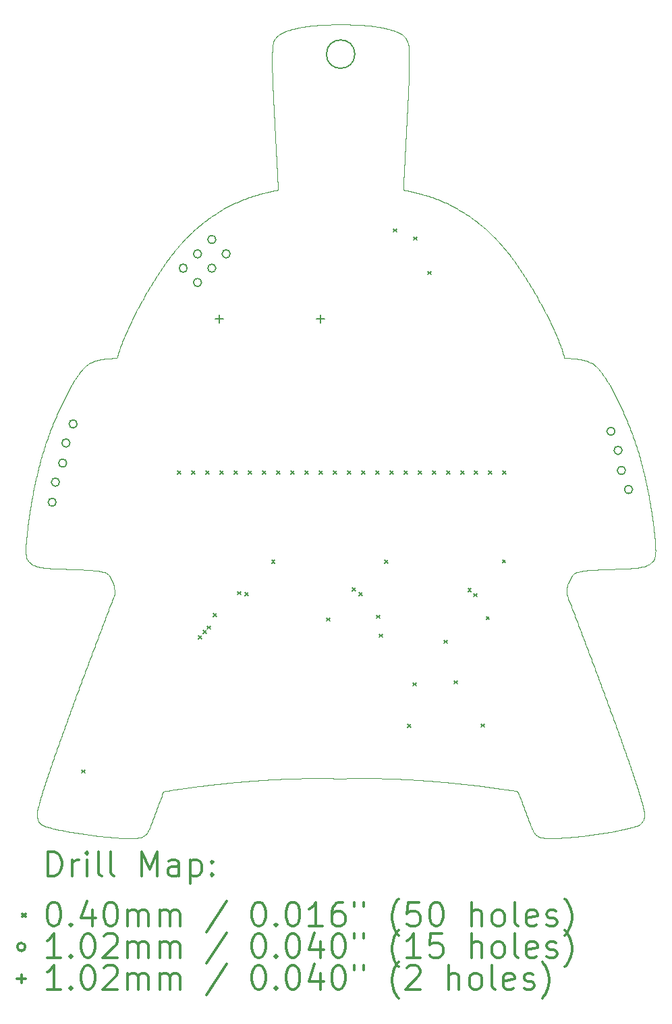
<source format=gbr>
%FSLAX45Y45*%
G04 Gerber Fmt 4.5, Leading zero omitted, Abs format (unit mm)*
G04 Created by KiCad (PCBNEW 5.1.2) date 2019-06-28 19:35:03*
%MOMM*%
%LPD*%
G04 APERTURE LIST*
%ADD10C,0.150000*%
%ADD11C,0.100000*%
%ADD12C,0.200000*%
%ADD13C,0.300000*%
G04 APERTURE END LIST*
D10*
X6121400Y-2565400D02*
G75*
G03X6121400Y-2565400I-177800J0D01*
G01*
D11*
X6007884Y-11644949D02*
X6027821Y-11644649D01*
X6027821Y-11644649D02*
X6047782Y-11644349D01*
X6047782Y-11644349D02*
X6067762Y-11644049D01*
X6067762Y-11644049D02*
X6087706Y-11643749D01*
X6087706Y-11643749D02*
X6107664Y-11643549D01*
X6107664Y-11643549D02*
X6127647Y-11643349D01*
X6127647Y-11643349D02*
X6147648Y-11643149D01*
X6147648Y-11643149D02*
X6167613Y-11642949D01*
X6167613Y-11642949D02*
X6187560Y-11642883D01*
X6187560Y-11642883D02*
X6207532Y-11642818D01*
X6207532Y-11642818D02*
X6227523Y-11642753D01*
X6227523Y-11642753D02*
X6247477Y-11642688D01*
X6247477Y-11642688D02*
X6267414Y-11642753D01*
X6267414Y-11642753D02*
X6287376Y-11642818D01*
X6287376Y-11642818D02*
X6307355Y-11642883D01*
X6307355Y-11642883D02*
X6327299Y-11642949D01*
X6327299Y-11642949D02*
X6347247Y-11643149D01*
X6347247Y-11643149D02*
X6367219Y-11643349D01*
X6367219Y-11643349D02*
X6387209Y-11643549D01*
X6387209Y-11643549D02*
X6407164Y-11643749D01*
X6407164Y-11643749D02*
X6427132Y-11644149D01*
X6427132Y-11644149D02*
X6447125Y-11644549D01*
X6447125Y-11644549D02*
X6467137Y-11644949D01*
X6467137Y-11644949D02*
X6487113Y-11645349D01*
X6487113Y-11645349D02*
X6507060Y-11645949D01*
X6507060Y-11645949D02*
X6527032Y-11646549D01*
X6527032Y-11646549D02*
X6547023Y-11647149D01*
X6547023Y-11647149D02*
X6566977Y-11647749D01*
X6566977Y-11647749D02*
X6586893Y-11648549D01*
X6586893Y-11648549D02*
X6606833Y-11649349D01*
X6606833Y-11649349D02*
X6626792Y-11650149D01*
X6626792Y-11650149D02*
X6646714Y-11650949D01*
X6646714Y-11650949D02*
X6666598Y-11651849D01*
X6666598Y-11651849D02*
X6686506Y-11652749D01*
X6686506Y-11652749D02*
X6706433Y-11653649D01*
X6706433Y-11653649D02*
X6726324Y-11654549D01*
X6726324Y-11654549D02*
X6746218Y-11655619D01*
X6746218Y-11655619D02*
X6766137Y-11656689D01*
X6766137Y-11656689D02*
X6786075Y-11657769D01*
X6786075Y-11657769D02*
X6805976Y-11658839D01*
X6805976Y-11658839D02*
X6825881Y-11660039D01*
X6825881Y-11660039D02*
X6845810Y-11661239D01*
X6845810Y-11661239D02*
X6865758Y-11662439D01*
X6865758Y-11662439D02*
X6885670Y-11663639D01*
X6885670Y-11663639D02*
X6905532Y-11664969D01*
X6905532Y-11664969D02*
X6925420Y-11666299D01*
X6925420Y-11666299D02*
X6945325Y-11667629D01*
X6945325Y-11667629D02*
X6965195Y-11668959D01*
X6965195Y-11668959D02*
X6985068Y-11670399D01*
X6985068Y-11670399D02*
X7004966Y-11671839D01*
X7004966Y-11671839D02*
X7024882Y-11673289D01*
X7024882Y-11673289D02*
X7044762Y-11674729D01*
X7044762Y-11674729D02*
X7064635Y-11676299D01*
X7064635Y-11676299D02*
X7084533Y-11677869D01*
X7084533Y-11677869D02*
X7104449Y-11679439D01*
X7104449Y-11679439D02*
X7124329Y-11681009D01*
X7124329Y-11681009D02*
X7144202Y-11682699D01*
X7144202Y-11682699D02*
X7164100Y-11684389D01*
X7164100Y-11684389D02*
X7184016Y-11686079D01*
X7184016Y-11686079D02*
X7203896Y-11687769D01*
X7203896Y-11687769D02*
X7223726Y-11689579D01*
X7223726Y-11689579D02*
X7243582Y-11691399D01*
X7243582Y-11691399D02*
X7263455Y-11693219D01*
X7263455Y-11693219D02*
X7283293Y-11695029D01*
X7283293Y-11695029D02*
X7303123Y-11696949D01*
X7303123Y-11696949D02*
X7322979Y-11698869D01*
X7322979Y-11698869D02*
X7342852Y-11700789D01*
X7342852Y-11700789D02*
X7362690Y-11702709D01*
X7362690Y-11702709D02*
X7382499Y-11704739D01*
X7382499Y-11704739D02*
X7402334Y-11706769D01*
X7402334Y-11706769D02*
X7422186Y-11708799D01*
X7422186Y-11708799D02*
X7442002Y-11710829D01*
X7442002Y-11710829D02*
X7461812Y-11712969D01*
X7461812Y-11712969D02*
X7481646Y-11715119D01*
X7481646Y-11715119D02*
X7501498Y-11717269D01*
X7501498Y-11717269D02*
X7521314Y-11719419D01*
X7521314Y-11719419D02*
X7541102Y-11721679D01*
X7541102Y-11721679D02*
X7560915Y-11723939D01*
X7560915Y-11723939D02*
X7580746Y-11726199D01*
X7580746Y-11726199D02*
X7600542Y-11728459D01*
X7600542Y-11728459D02*
X7620319Y-11730829D01*
X7620319Y-11730829D02*
X7640121Y-11733199D01*
X7640121Y-11733199D02*
X7659942Y-11735569D01*
X7659942Y-11735569D02*
X7679726Y-11737939D01*
X7679726Y-11737939D02*
X7699483Y-11740419D01*
X7699483Y-11740419D02*
X7719264Y-11742909D01*
X7719264Y-11742909D02*
X7739063Y-11745399D01*
X7739063Y-11745399D02*
X7758826Y-11747879D01*
X7758826Y-11747879D02*
X7778614Y-11750469D01*
X7778614Y-11750469D02*
X7798427Y-11753059D01*
X7798427Y-11753059D02*
X7818258Y-11755649D01*
X7818258Y-11755649D02*
X7838053Y-11758239D01*
X7838053Y-11758239D02*
X7857810Y-11760949D01*
X7857810Y-11760949D02*
X7877591Y-11763659D01*
X7877591Y-11763659D02*
X7897390Y-11766369D01*
X7897390Y-11766369D02*
X7917153Y-11769079D01*
X7917153Y-11769079D02*
X7938054Y-11772069D01*
X7938054Y-11772069D02*
X7958974Y-11775059D01*
X7958974Y-11775059D02*
X7979855Y-11778039D01*
X7979855Y-11778039D02*
X8000728Y-11781129D01*
X8000728Y-11781129D02*
X8021620Y-11784219D01*
X8021620Y-11784219D02*
X8042472Y-11787299D01*
X8042472Y-11787299D02*
X8063345Y-11790509D01*
X8063345Y-11790509D02*
X8084237Y-11793729D01*
X8084237Y-11793729D02*
X8105089Y-11796939D01*
X8105089Y-11796939D02*
X8125820Y-11800549D01*
X8125820Y-11800549D02*
X8146571Y-11804159D01*
X8146571Y-11804159D02*
X8167282Y-11807769D01*
X8167282Y-11807769D02*
X8174708Y-11827219D01*
X8174708Y-11827219D02*
X8182152Y-11846715D01*
X8182152Y-11846715D02*
X8189584Y-11866180D01*
X8189584Y-11866180D02*
X8196869Y-11885687D01*
X8196869Y-11885687D02*
X8204171Y-11905240D01*
X8204171Y-11905240D02*
X8211461Y-11924761D01*
X8211461Y-11924761D02*
X8218704Y-11944240D01*
X8218704Y-11944240D02*
X8225964Y-11963765D01*
X8225964Y-11963765D02*
X8233212Y-11983258D01*
X8233212Y-11983258D02*
X8239313Y-11999682D01*
X8239313Y-11999682D02*
X8245422Y-12016128D01*
X8245422Y-12016128D02*
X8251536Y-12032588D01*
X8251536Y-12032588D02*
X8257639Y-12049018D01*
X8257639Y-12049018D02*
X8263772Y-12065411D01*
X8263772Y-12065411D02*
X8269912Y-12081825D01*
X8269912Y-12081825D02*
X8276058Y-12098253D01*
X8276058Y-12098253D02*
X8282193Y-12114652D01*
X8282193Y-12114652D02*
X8288411Y-12131023D01*
X8288411Y-12131023D02*
X8294636Y-12147415D01*
X8294636Y-12147415D02*
X8300867Y-12163822D01*
X8300867Y-12163822D02*
X8307087Y-12180200D01*
X8307087Y-12180200D02*
X8313506Y-12196487D01*
X8313506Y-12196487D02*
X8319933Y-12212794D01*
X8319933Y-12212794D02*
X8326366Y-12229116D01*
X8326366Y-12229116D02*
X8332787Y-12245408D01*
X8332787Y-12245408D02*
X8340604Y-12263781D01*
X8340604Y-12263781D02*
X8348421Y-12282155D01*
X8348421Y-12282155D02*
X8354920Y-12295748D01*
X8354920Y-12295748D02*
X8361420Y-12309342D01*
X8361420Y-12309342D02*
X8367176Y-12319389D01*
X8367176Y-12319389D02*
X8372932Y-12329436D01*
X8372932Y-12329436D02*
X8383594Y-12343540D01*
X8383594Y-12343540D02*
X8394257Y-12353820D01*
X8394257Y-12353820D02*
X8405982Y-12362360D01*
X8405982Y-12362360D02*
X8419661Y-12370560D01*
X8419661Y-12370560D02*
X8434317Y-12377360D01*
X8434317Y-12377360D02*
X8450629Y-12382840D01*
X8450629Y-12382840D02*
X8469321Y-12387130D01*
X8469321Y-12387130D02*
X8484551Y-12389170D01*
X8484551Y-12389170D02*
X8499780Y-12391210D01*
X8499780Y-12391210D02*
X8518684Y-12392380D01*
X8518684Y-12392380D02*
X8537588Y-12393550D01*
X8537588Y-12393550D02*
X8554713Y-12393750D01*
X8554713Y-12393750D02*
X8571859Y-12393950D01*
X8571859Y-12393950D02*
X8589021Y-12394150D01*
X8589021Y-12394150D02*
X8606153Y-12394350D01*
X8606153Y-12394350D02*
X8625675Y-12393750D01*
X8625675Y-12393750D02*
X8645223Y-12393150D01*
X8645223Y-12393150D02*
X8664788Y-12392550D01*
X8664788Y-12392550D02*
X8684318Y-12391950D01*
X8684318Y-12391950D02*
X8703788Y-12390780D01*
X8703788Y-12390780D02*
X8723282Y-12389610D01*
X8723282Y-12389610D02*
X8742794Y-12388440D01*
X8742794Y-12388440D02*
X8762271Y-12387270D01*
X8762271Y-12387270D02*
X8781708Y-12385680D01*
X8781708Y-12385680D02*
X8801171Y-12384090D01*
X8801171Y-12384090D02*
X8820651Y-12382500D01*
X8820651Y-12382500D02*
X8840096Y-12380910D01*
X8840096Y-12380910D02*
X8859502Y-12379010D01*
X8859502Y-12379010D02*
X8878932Y-12377110D01*
X8878932Y-12377110D02*
X8898381Y-12375210D01*
X8898381Y-12375210D02*
X8917794Y-12373310D01*
X8917794Y-12373310D02*
X8937178Y-12371150D01*
X8937178Y-12371150D02*
X8956588Y-12368980D01*
X8956588Y-12368980D02*
X8976015Y-12366810D01*
X8976015Y-12366810D02*
X8995407Y-12364640D01*
X8995407Y-12364640D02*
X9014781Y-12362230D01*
X9014781Y-12362230D02*
X9034179Y-12359820D01*
X9034179Y-12359820D02*
X9053596Y-12357410D01*
X9053596Y-12357410D02*
X9072977Y-12355000D01*
X9072977Y-12355000D02*
X9092320Y-12352370D01*
X9092320Y-12352370D02*
X9111686Y-12349740D01*
X9111686Y-12349740D02*
X9131071Y-12347100D01*
X9131071Y-12347100D02*
X9150420Y-12344470D01*
X9150420Y-12344470D02*
X9169741Y-12341590D01*
X9169741Y-12341590D02*
X9189087Y-12338710D01*
X9189087Y-12338710D02*
X9208450Y-12335830D01*
X9208450Y-12335830D02*
X9227778Y-12332950D01*
X9227778Y-12332950D02*
X9247057Y-12329850D01*
X9247057Y-12329850D02*
X9266360Y-12326750D01*
X9266360Y-12326750D02*
X9285680Y-12323640D01*
X9285680Y-12323640D02*
X9304966Y-12320540D01*
X9304966Y-12320540D02*
X9324160Y-12317170D01*
X9324160Y-12317170D02*
X9343378Y-12313790D01*
X9343378Y-12313790D02*
X9362613Y-12310410D01*
X9362613Y-12310410D02*
X9381814Y-12307040D01*
X9381814Y-12307040D02*
X9400966Y-12303340D01*
X9400966Y-12303340D02*
X9420141Y-12299630D01*
X9420141Y-12299630D02*
X9439334Y-12295920D01*
X9439334Y-12295920D02*
X9458492Y-12292220D01*
X9458492Y-12292220D02*
X9477591Y-12288080D01*
X9477591Y-12288080D02*
X9496713Y-12283940D01*
X9496713Y-12283940D02*
X9515853Y-12279790D01*
X9515853Y-12279790D02*
X9534959Y-12275650D01*
X9534959Y-12275650D02*
X9552794Y-12271220D01*
X9552794Y-12271220D02*
X9570652Y-12266780D01*
X9570652Y-12266780D02*
X9588527Y-12262340D01*
X9588527Y-12262340D02*
X9606369Y-12257900D01*
X9606369Y-12257900D02*
X9626123Y-12251870D01*
X9626123Y-12251870D02*
X9645877Y-12245840D01*
X9645877Y-12245840D02*
X9660894Y-12239770D01*
X9660894Y-12239770D02*
X9675911Y-12233700D01*
X9675911Y-12233700D02*
X9693668Y-12223840D01*
X9693668Y-12223840D02*
X9708154Y-12212965D01*
X9708154Y-12212965D02*
X9720303Y-12200603D01*
X9720303Y-12200603D02*
X9731051Y-12186415D01*
X9731051Y-12186415D02*
X9737461Y-12175454D01*
X9737461Y-12175454D02*
X9742981Y-12162923D01*
X9742981Y-12162923D02*
X9747101Y-12148755D01*
X9747101Y-12148755D02*
X9751221Y-12134588D01*
X9751221Y-12134588D02*
X9753071Y-12120378D01*
X9753071Y-12120378D02*
X9754921Y-12106168D01*
X9754921Y-12106168D02*
X9755121Y-12092277D01*
X9755121Y-12092277D02*
X9754101Y-12079023D01*
X9754101Y-12079023D02*
X9751471Y-12064027D01*
X9751471Y-12064027D02*
X9748841Y-12049031D01*
X9748841Y-12049031D02*
X9744271Y-12029022D01*
X9744271Y-12029022D02*
X9739701Y-12009014D01*
X9739701Y-12009014D02*
X9735161Y-11991751D01*
X9735161Y-11991751D02*
X9730611Y-11974466D01*
X9730611Y-11974466D02*
X9726061Y-11957166D01*
X9726061Y-11957166D02*
X9721521Y-11939897D01*
X9721521Y-11939897D02*
X9716591Y-11922730D01*
X9716591Y-11922730D02*
X9711651Y-11905541D01*
X9711651Y-11905541D02*
X9706711Y-11888336D01*
X9706711Y-11888336D02*
X9701771Y-11871162D01*
X9701771Y-11871162D02*
X9696591Y-11854070D01*
X9696591Y-11854070D02*
X9691401Y-11836955D01*
X9691401Y-11836955D02*
X9686211Y-11819825D01*
X9686211Y-11819825D02*
X9681031Y-11802726D01*
X9681031Y-11802726D02*
X9675661Y-11785675D01*
X9675661Y-11785675D02*
X9670281Y-11768603D01*
X9670281Y-11768603D02*
X9664901Y-11751515D01*
X9664901Y-11751515D02*
X9659531Y-11734459D01*
X9659531Y-11734459D02*
X9654001Y-11717461D01*
X9654001Y-11717461D02*
X9648461Y-11700442D01*
X9648461Y-11700442D02*
X9642921Y-11683408D01*
X9642921Y-11683408D02*
X9637391Y-11666404D01*
X9637391Y-11666404D02*
X9631731Y-11649470D01*
X9631731Y-11649470D02*
X9626071Y-11632515D01*
X9626071Y-11632515D02*
X9620401Y-11615544D01*
X9620401Y-11615544D02*
X9614741Y-11598604D01*
X9614741Y-11598604D02*
X9608301Y-11579728D01*
X9608301Y-11579728D02*
X9601851Y-11560829D01*
X9601851Y-11560829D02*
X9595401Y-11541913D01*
X9595401Y-11541913D02*
X9588961Y-11523030D01*
X9588961Y-11523030D02*
X9582441Y-11504197D01*
X9582441Y-11504197D02*
X9575921Y-11485341D01*
X9575921Y-11485341D02*
X9569391Y-11466467D01*
X9569391Y-11466467D02*
X9562871Y-11447626D01*
X9562871Y-11447626D02*
X9556291Y-11428793D01*
X9556291Y-11428793D02*
X9549701Y-11409937D01*
X9549701Y-11409937D02*
X9543111Y-11391063D01*
X9543111Y-11391063D02*
X9536531Y-11372222D01*
X9536531Y-11372222D02*
X9529911Y-11353442D01*
X9529911Y-11353442D02*
X9523281Y-11334639D01*
X9523281Y-11334639D02*
X9516641Y-11315818D01*
X9516641Y-11315818D02*
X9510021Y-11297031D01*
X9510021Y-11297031D02*
X9503351Y-11278240D01*
X9503351Y-11278240D02*
X9496671Y-11259426D01*
X9496671Y-11259426D02*
X9489981Y-11240595D01*
X9489981Y-11240595D02*
X9483301Y-11221797D01*
X9483301Y-11221797D02*
X9476591Y-11203038D01*
X9476591Y-11203038D02*
X9469881Y-11184256D01*
X9469881Y-11184256D02*
X9463161Y-11165456D01*
X9463161Y-11165456D02*
X9456451Y-11146690D01*
X9456451Y-11146690D02*
X9449711Y-11127910D01*
X9449711Y-11127910D02*
X9442965Y-11109107D01*
X9442965Y-11109107D02*
X9436213Y-11090286D01*
X9436213Y-11090286D02*
X9429473Y-11071499D01*
X9429473Y-11071499D02*
X9422693Y-11052730D01*
X9422693Y-11052730D02*
X9415904Y-11033936D01*
X9415904Y-11033936D02*
X9409110Y-11015126D01*
X9409110Y-11015126D02*
X9402328Y-10996350D01*
X9402328Y-10996350D02*
X9395537Y-10977612D01*
X9395537Y-10977612D02*
X9388738Y-10958851D01*
X9388738Y-10958851D02*
X9381933Y-10940073D01*
X9381933Y-10940073D02*
X9375140Y-10921328D01*
X9375140Y-10921328D02*
X9368318Y-10902612D01*
X9368318Y-10902612D02*
X9361487Y-10883872D01*
X9361487Y-10883872D02*
X9354650Y-10865115D01*
X9354650Y-10865115D02*
X9347825Y-10846392D01*
X9347825Y-10846392D02*
X9340982Y-10827676D01*
X9340982Y-10827676D02*
X9334130Y-10808936D01*
X9334130Y-10808936D02*
X9327272Y-10790179D01*
X9327272Y-10790179D02*
X9320426Y-10771455D01*
X9320426Y-10771455D02*
X9313572Y-10752750D01*
X9313572Y-10752750D02*
X9306709Y-10734020D01*
X9306709Y-10734020D02*
X9299840Y-10715274D01*
X9299840Y-10715274D02*
X9292983Y-10696561D01*
X9292983Y-10696561D02*
X9286097Y-10677866D01*
X9286097Y-10677866D02*
X9279202Y-10659147D01*
X9279202Y-10659147D02*
X9272301Y-10640412D01*
X9272301Y-10640412D02*
X9265412Y-10621710D01*
X9265412Y-10621710D02*
X9258515Y-10603025D01*
X9258515Y-10603025D02*
X9251610Y-10584317D01*
X9251610Y-10584317D02*
X9244698Y-10565592D01*
X9244698Y-10565592D02*
X9237799Y-10546900D01*
X9237799Y-10546900D02*
X9230871Y-10528195D01*
X9230871Y-10528195D02*
X9223934Y-10509465D01*
X9223934Y-10509465D02*
X9216990Y-10490719D01*
X9216990Y-10490719D02*
X9210059Y-10472006D01*
X9210059Y-10472006D02*
X9203109Y-10453301D01*
X9203109Y-10453301D02*
X9196150Y-10434571D01*
X9196150Y-10434571D02*
X9189185Y-10415825D01*
X9189185Y-10415825D02*
X9182233Y-10397112D01*
X9182233Y-10397112D02*
X9175273Y-10378449D01*
X9175273Y-10378449D02*
X9168304Y-10359762D01*
X9168304Y-10359762D02*
X9161329Y-10341058D01*
X9161329Y-10341058D02*
X9154366Y-10322388D01*
X9154366Y-10322388D02*
X9147385Y-10303693D01*
X9147385Y-10303693D02*
X9140395Y-10284974D01*
X9140395Y-10284974D02*
X9133398Y-10266238D01*
X9133398Y-10266238D02*
X9126414Y-10247536D01*
X9126414Y-10247536D02*
X9119422Y-10228873D01*
X9119422Y-10228873D02*
X9112421Y-10210186D01*
X9112421Y-10210186D02*
X9105414Y-10191482D01*
X9105414Y-10191482D02*
X9098419Y-10172812D01*
X9098419Y-10172812D02*
X9091395Y-10154128D01*
X9091395Y-10154128D02*
X9084362Y-10135420D01*
X9084362Y-10135420D02*
X9077323Y-10116694D01*
X9077323Y-10116694D02*
X9070297Y-10098003D01*
X9070297Y-10098003D02*
X9063273Y-10079350D01*
X9063273Y-10079350D02*
X9056240Y-10060674D01*
X9056240Y-10060674D02*
X9049201Y-10041981D01*
X9049201Y-10041981D02*
X9042175Y-10023321D01*
X9042175Y-10023321D02*
X9035130Y-10004669D01*
X9035130Y-10004669D02*
X9028076Y-9985992D01*
X9028076Y-9985992D02*
X9021015Y-9967299D01*
X9021015Y-9967299D02*
X9013967Y-9948640D01*
X9013967Y-9948640D02*
X9006901Y-9929997D01*
X9006901Y-9929997D02*
X8999826Y-9911332D01*
X8999826Y-9911332D02*
X8992744Y-9892649D01*
X8992744Y-9892649D02*
X8985675Y-9874000D01*
X8985675Y-9874000D02*
X8978608Y-9855380D01*
X8978608Y-9855380D02*
X8971533Y-9836735D01*
X8971533Y-9836735D02*
X8964451Y-9818074D01*
X8964451Y-9818074D02*
X8957382Y-9799446D01*
X8957382Y-9799446D02*
X8950284Y-9780814D01*
X8950284Y-9780814D02*
X8943177Y-9762160D01*
X8943177Y-9762160D02*
X8936063Y-9743488D01*
X8936063Y-9743488D02*
X8928962Y-9724849D01*
X8928962Y-9724849D02*
X8921842Y-9706207D01*
X8921842Y-9706207D02*
X8914713Y-9687542D01*
X8914713Y-9687542D02*
X8907578Y-9668859D01*
X8907578Y-9668859D02*
X8900456Y-9650210D01*
X8900456Y-9650210D02*
X8893337Y-9631611D01*
X8893337Y-9631611D02*
X8886209Y-9612987D01*
X8886209Y-9612987D02*
X8879074Y-9594347D01*
X8879074Y-9594347D02*
X8871952Y-9575741D01*
X8871952Y-9575741D02*
X8864801Y-9557120D01*
X8864801Y-9557120D02*
X8857641Y-9538476D01*
X8857641Y-9538476D02*
X8850474Y-9519814D01*
X8850474Y-9519814D02*
X8843320Y-9501186D01*
X8843320Y-9501186D02*
X8836474Y-9483377D01*
X8836474Y-9483377D02*
X8829611Y-9465526D01*
X8829611Y-9465526D02*
X8822759Y-9447703D01*
X8822759Y-9447703D02*
X8815898Y-9429851D01*
X8815898Y-9429851D02*
X8809021Y-9411957D01*
X8809021Y-9411957D02*
X8802155Y-9394092D01*
X8802155Y-9394092D02*
X8795295Y-9376268D01*
X8795295Y-9376268D02*
X8788418Y-9358402D01*
X8788418Y-9358402D02*
X8781552Y-9340566D01*
X8781552Y-9340566D02*
X8781567Y-9325571D01*
X8781567Y-9325571D02*
X8781581Y-9310541D01*
X8781581Y-9310541D02*
X8781596Y-9295536D01*
X8781596Y-9295536D02*
X8782166Y-9280965D01*
X8782166Y-9280965D02*
X8782736Y-9266394D01*
X8782736Y-9266394D02*
X8784689Y-9252991D01*
X8784689Y-9252991D02*
X8786644Y-9239588D01*
X8786644Y-9239588D02*
X8790106Y-9226780D01*
X8790106Y-9226780D02*
X8793568Y-9213972D01*
X8793568Y-9213972D02*
X8798942Y-9200102D01*
X8798942Y-9200102D02*
X8804316Y-9186232D01*
X8804316Y-9186232D02*
X8812535Y-9169371D01*
X8812535Y-9169371D02*
X8820773Y-9152469D01*
X8820773Y-9152469D02*
X8828998Y-9135595D01*
X8828998Y-9135595D02*
X8838790Y-9118368D01*
X8838790Y-9118368D02*
X8848582Y-9101142D01*
X8848582Y-9101142D02*
X8857461Y-9089163D01*
X8857461Y-9089163D02*
X8866765Y-9079775D01*
X8866765Y-9079775D02*
X8877979Y-9072001D01*
X8877979Y-9072001D02*
X8891446Y-9065671D01*
X8891446Y-9065671D02*
X8908183Y-9060063D01*
X8908183Y-9060063D02*
X8929084Y-9054371D01*
X8929084Y-9054371D02*
X8946629Y-9050463D01*
X8946629Y-9050463D02*
X8964173Y-9046555D01*
X8964173Y-9046555D02*
X8985032Y-9043411D01*
X8985032Y-9043411D02*
X9005890Y-9040267D01*
X9005890Y-9040267D02*
X9025360Y-9038527D01*
X9025360Y-9038527D02*
X9044854Y-9036785D01*
X9044854Y-9036785D02*
X9064366Y-9035041D01*
X9064366Y-9035041D02*
X9083843Y-9033301D01*
X9083843Y-9033301D02*
X9103355Y-9032198D01*
X9103355Y-9032198D02*
X9122892Y-9031093D01*
X9122892Y-9031093D02*
X9142446Y-9029988D01*
X9142446Y-9029988D02*
X9161965Y-9028885D01*
X9161965Y-9028885D02*
X9181467Y-9028025D01*
X9181467Y-9028025D02*
X9200993Y-9027165D01*
X9200993Y-9027165D02*
X9220537Y-9026305D01*
X9220537Y-9026305D02*
X9240046Y-9025445D01*
X9240046Y-9025445D02*
X9259558Y-9024705D01*
X9259558Y-9024705D02*
X9279094Y-9023965D01*
X9279094Y-9023965D02*
X9298649Y-9023225D01*
X9298649Y-9023225D02*
X9318168Y-9022485D01*
X9318168Y-9022485D02*
X9337670Y-9021795D01*
X9337670Y-9021795D02*
X9357196Y-9021105D01*
X9357196Y-9021105D02*
X9376740Y-9020415D01*
X9376740Y-9020415D02*
X9396249Y-9019725D01*
X9396249Y-9019725D02*
X9415771Y-9019065D01*
X9415771Y-9019065D02*
X9435319Y-9018405D01*
X9435319Y-9018405D02*
X9454884Y-9017745D01*
X9454884Y-9017745D02*
X9474414Y-9017085D01*
X9474414Y-9017085D02*
X9491857Y-9016395D01*
X9491857Y-9016395D02*
X9509322Y-9015705D01*
X9509322Y-9015705D02*
X9526803Y-9015015D01*
X9526803Y-9015015D02*
X9544253Y-9014325D01*
X9544253Y-9014325D02*
X9561653Y-9013200D01*
X9561653Y-9013200D02*
X9579076Y-9012073D01*
X9579076Y-9012073D02*
X9596514Y-9010946D01*
X9596514Y-9010946D02*
X9613922Y-9009821D01*
X9613922Y-9009821D02*
X9632231Y-9007953D01*
X9632231Y-9007953D02*
X9650540Y-9006085D01*
X9650540Y-9006085D02*
X9666874Y-9003749D01*
X9666874Y-9003749D02*
X9683208Y-9001413D01*
X9683208Y-9001413D02*
X9700286Y-8998121D01*
X9700286Y-8998121D02*
X9717363Y-8994829D01*
X9717363Y-8994829D02*
X9734377Y-8990687D01*
X9734377Y-8990687D02*
X9751390Y-8986545D01*
X9751390Y-8986545D02*
X9768085Y-8981192D01*
X9768085Y-8981192D02*
X9784781Y-8975840D01*
X9784781Y-8975840D02*
X9798820Y-8969213D01*
X9798820Y-8969213D02*
X9812860Y-8962586D01*
X9812860Y-8962586D02*
X9826879Y-8953622D01*
X9826879Y-8953622D02*
X9839709Y-8943554D01*
X9839709Y-8943554D02*
X9851518Y-8932211D01*
X9851518Y-8932211D02*
X9862478Y-8919552D01*
X9862478Y-8919552D02*
X9871098Y-8907020D01*
X9871098Y-8907020D02*
X9878408Y-8892874D01*
X9878408Y-8892874D02*
X9884358Y-8876688D01*
X9884358Y-8876688D02*
X9888948Y-8858167D01*
X9888948Y-8858167D02*
X9891068Y-8842958D01*
X9891068Y-8842958D02*
X9893198Y-8827750D01*
X9893198Y-8827750D02*
X9894098Y-8809441D01*
X9894098Y-8809441D02*
X9894998Y-8791132D01*
X9894998Y-8791132D02*
X9894598Y-8774293D01*
X9894598Y-8774293D02*
X9894198Y-8757434D01*
X9894198Y-8757434D02*
X9893798Y-8740559D01*
X9893798Y-8740559D02*
X9893398Y-8723714D01*
X9893398Y-8723714D02*
X9892158Y-8706897D01*
X9892158Y-8706897D02*
X9890918Y-8690059D01*
X9890918Y-8690059D02*
X9889678Y-8673205D01*
X9889678Y-8673205D02*
X9888438Y-8656382D01*
X9888438Y-8656382D02*
X9886788Y-8639607D01*
X9886788Y-8639607D02*
X9885128Y-8622811D01*
X9885128Y-8622811D02*
X9883468Y-8606000D01*
X9883468Y-8606000D02*
X9881808Y-8589219D01*
X9881808Y-8589219D02*
X9879518Y-8569028D01*
X9879518Y-8569028D02*
X9877228Y-8548811D01*
X9877228Y-8548811D02*
X9874928Y-8528576D01*
X9874928Y-8528576D02*
X9872638Y-8508378D01*
X9872638Y-8508378D02*
X9870068Y-8488186D01*
X9870068Y-8488186D02*
X9867498Y-8467970D01*
X9867498Y-8467970D02*
X9864928Y-8447735D01*
X9864928Y-8447735D02*
X9862358Y-8427536D01*
X9862358Y-8427536D02*
X9859518Y-8407377D01*
X9859518Y-8407377D02*
X9856668Y-8387192D01*
X9856668Y-8387192D02*
X9853818Y-8366989D01*
X9853818Y-8366989D02*
X9850978Y-8346822D01*
X9850978Y-8346822D02*
X9847878Y-8326726D01*
X9847878Y-8326726D02*
X9844778Y-8306605D01*
X9844778Y-8306605D02*
X9841668Y-8286466D01*
X9841668Y-8286466D02*
X9838568Y-8266363D01*
X9838568Y-8266363D02*
X9835208Y-8246299D01*
X9835208Y-8246299D02*
X9831838Y-8226210D01*
X9831838Y-8226210D02*
X9828468Y-8206102D01*
X9828468Y-8206102D02*
X9825108Y-8186031D01*
X9825108Y-8186031D02*
X9821488Y-8165999D01*
X9821488Y-8165999D02*
X9817868Y-8145942D01*
X9817868Y-8145942D02*
X9814238Y-8125866D01*
X9814238Y-8125866D02*
X9810618Y-8105827D01*
X9810618Y-8105827D02*
X9806748Y-8085869D01*
X9806748Y-8085869D02*
X9802868Y-8065886D01*
X9802868Y-8065886D02*
X9798988Y-8045885D01*
X9798988Y-8045885D02*
X9795118Y-8025920D01*
X9795118Y-8025920D02*
X9790968Y-8005994D01*
X9790968Y-8005994D02*
X9786818Y-7986043D01*
X9786818Y-7986043D02*
X9782658Y-7966074D01*
X9782658Y-7966074D02*
X9778508Y-7946141D01*
X9778508Y-7946141D02*
X9774098Y-7926279D01*
X9774098Y-7926279D02*
X9769678Y-7906391D01*
X9769678Y-7906391D02*
X9765258Y-7886486D01*
X9765258Y-7886486D02*
X9760838Y-7866616D01*
X9760838Y-7866616D02*
X9756128Y-7846828D01*
X9756128Y-7846828D02*
X9751408Y-7827015D01*
X9751408Y-7827015D02*
X9746688Y-7807184D01*
X9746688Y-7807184D02*
X9741978Y-7787389D01*
X9741978Y-7787389D02*
X9736968Y-7767665D01*
X9736968Y-7767665D02*
X9731958Y-7747915D01*
X9731958Y-7747915D02*
X9726938Y-7728148D01*
X9726938Y-7728148D02*
X9721928Y-7708417D01*
X9721928Y-7708417D02*
X9716578Y-7688777D01*
X9716578Y-7688777D02*
X9711218Y-7669113D01*
X9711218Y-7669113D02*
X9705858Y-7649431D01*
X9705858Y-7649431D02*
X9700508Y-7629784D01*
X9700508Y-7629784D02*
X9694788Y-7610262D01*
X9694788Y-7610262D02*
X9689058Y-7590714D01*
X9689058Y-7590714D02*
X9683328Y-7571149D01*
X9683328Y-7571149D02*
X9677608Y-7551619D01*
X9677608Y-7551619D02*
X9671488Y-7532213D01*
X9671488Y-7532213D02*
X9665358Y-7512783D01*
X9665358Y-7512783D02*
X9659218Y-7493334D01*
X9659218Y-7493334D02*
X9653098Y-7473921D01*
X9653098Y-7473921D02*
X9646498Y-7454674D01*
X9646498Y-7454674D02*
X9639888Y-7435403D01*
X9639888Y-7435403D02*
X9633278Y-7416114D01*
X9633278Y-7416114D02*
X9626678Y-7396860D01*
X9626678Y-7396860D02*
X9620268Y-7379247D01*
X9620268Y-7379247D02*
X9613848Y-7361613D01*
X9613848Y-7361613D02*
X9607428Y-7343961D01*
X9607428Y-7343961D02*
X9601018Y-7326342D01*
X9601018Y-7326342D02*
X9594398Y-7308814D01*
X9594398Y-7308814D02*
X9587768Y-7291264D01*
X9587768Y-7291264D02*
X9581138Y-7273698D01*
X9581138Y-7273698D02*
X9574518Y-7256163D01*
X9574518Y-7256163D02*
X9567638Y-7238731D01*
X9567638Y-7238731D02*
X9560758Y-7221276D01*
X9560758Y-7221276D02*
X9553868Y-7203806D01*
X9553868Y-7203806D02*
X9546988Y-7186367D01*
X9546988Y-7186367D02*
X9539838Y-7169062D01*
X9539838Y-7169062D02*
X9532678Y-7151735D01*
X9532678Y-7151735D02*
X9525508Y-7134392D01*
X9525508Y-7134392D02*
X9518358Y-7117080D01*
X9518358Y-7117080D02*
X9510898Y-7099913D01*
X9510898Y-7099913D02*
X9503428Y-7082724D01*
X9503428Y-7082724D02*
X9495948Y-7065520D01*
X9495948Y-7065520D02*
X9488488Y-7048346D01*
X9488488Y-7048346D02*
X9480708Y-7031349D01*
X9480708Y-7031349D02*
X9472918Y-7014330D01*
X9472918Y-7014330D02*
X9465128Y-6997295D01*
X9465128Y-6997295D02*
X9457348Y-6980291D01*
X9457348Y-6980291D02*
X9449288Y-6963410D01*
X9449288Y-6963410D02*
X9441214Y-6946508D01*
X9441214Y-6946508D02*
X9433133Y-6929591D01*
X9433133Y-6929591D02*
X9425066Y-6912704D01*
X9425066Y-6912704D02*
X9416801Y-6896173D01*
X9416801Y-6896173D02*
X9408525Y-6879622D01*
X9408525Y-6879622D02*
X9400242Y-6863055D01*
X9400242Y-6863055D02*
X9391974Y-6846518D01*
X9391974Y-6846518D02*
X9383369Y-6830189D01*
X9383369Y-6830189D02*
X9374753Y-6813840D01*
X9374753Y-6813840D02*
X9366129Y-6797475D01*
X9366129Y-6797475D02*
X9357521Y-6781140D01*
X9357521Y-6781140D02*
X9348492Y-6765023D01*
X9348492Y-6765023D02*
X9339451Y-6748886D01*
X9339451Y-6748886D02*
X9330402Y-6732734D01*
X9330402Y-6732734D02*
X9321369Y-6716611D01*
X9321369Y-6716611D02*
X9311799Y-6700813D01*
X9311799Y-6700813D02*
X9302217Y-6684994D01*
X9302217Y-6684994D02*
X9292626Y-6669161D01*
X9292626Y-6669161D02*
X9283052Y-6653357D01*
X9283052Y-6653357D02*
X9272803Y-6638036D01*
X9272803Y-6638036D02*
X9262540Y-6622696D01*
X9262540Y-6622696D02*
X9252269Y-6607341D01*
X9252269Y-6607341D02*
X9242015Y-6592014D01*
X9242015Y-6592014D02*
X9230652Y-6576615D01*
X9230652Y-6576615D02*
X9219288Y-6561215D01*
X9219288Y-6561215D02*
X9208158Y-6547324D01*
X9208158Y-6547324D02*
X9197028Y-6533433D01*
X9197028Y-6533433D02*
X9184199Y-6518947D01*
X9184199Y-6518947D02*
X9171369Y-6504461D01*
X9171369Y-6504461D02*
X9158859Y-6492099D01*
X9158859Y-6492099D02*
X9146348Y-6479737D01*
X9146348Y-6479737D02*
X9131182Y-6467247D01*
X9131182Y-6467247D02*
X9116016Y-6454758D01*
X9116016Y-6454758D02*
X9101276Y-6444732D01*
X9101276Y-6444732D02*
X9086747Y-6436363D01*
X9086747Y-6436363D02*
X9072091Y-6429736D01*
X9072091Y-6429736D02*
X9057435Y-6423109D01*
X9057435Y-6423109D02*
X9040124Y-6417119D01*
X9040124Y-6417119D02*
X9022813Y-6411129D01*
X9022813Y-6411129D02*
X9006713Y-6406732D01*
X9006713Y-6406732D02*
X8990612Y-6402335D01*
X8990612Y-6402335D02*
X8973301Y-6398490D01*
X8973301Y-6398490D02*
X8955990Y-6394646D01*
X8955990Y-6394646D02*
X8939253Y-6391693D01*
X8939253Y-6391693D02*
X8922515Y-6388741D01*
X8922515Y-6388741D02*
X8905204Y-6386383D01*
X8905204Y-6386383D02*
X8887893Y-6384026D01*
X8887893Y-6384026D02*
X8870816Y-6382369D01*
X8870816Y-6382369D02*
X8853738Y-6380712D01*
X8853738Y-6380712D02*
X8836534Y-6379672D01*
X8836534Y-6379672D02*
X8819329Y-6378630D01*
X8819329Y-6378630D02*
X8802214Y-6377950D01*
X8802214Y-6377950D02*
X8785079Y-6377270D01*
X8785079Y-6377270D02*
X8767927Y-6376590D01*
X8767927Y-6376590D02*
X8750807Y-6375910D01*
X8750807Y-6375910D02*
X8747175Y-6362869D01*
X8747175Y-6362869D02*
X8743543Y-6349827D01*
X8743543Y-6349827D02*
X8738493Y-6333371D01*
X8738493Y-6333371D02*
X8733436Y-6316894D01*
X8733436Y-6316894D02*
X8728375Y-6300401D01*
X8728375Y-6300401D02*
X8723323Y-6283939D01*
X8723323Y-6283939D02*
X8717795Y-6267610D01*
X8717795Y-6267610D02*
X8712260Y-6251260D01*
X8712260Y-6251260D02*
X8706720Y-6234896D01*
X8706720Y-6234896D02*
X8701190Y-6218561D01*
X8701190Y-6218561D02*
X8695238Y-6202401D01*
X8695238Y-6202401D02*
X8689278Y-6186222D01*
X8689278Y-6186222D02*
X8683313Y-6170027D01*
X8683313Y-6170027D02*
X8677358Y-6153862D01*
X8677358Y-6153862D02*
X8669591Y-6135093D01*
X8669591Y-6135093D02*
X8661814Y-6116299D01*
X8661814Y-6116299D02*
X8654030Y-6097489D01*
X8654030Y-6097489D02*
X8646261Y-6078713D01*
X8646261Y-6078713D02*
X8637943Y-6060166D01*
X8637943Y-6060166D02*
X8629614Y-6041596D01*
X8629614Y-6041596D02*
X8621277Y-6023010D01*
X8621277Y-6023010D02*
X8612956Y-6004456D01*
X8612956Y-6004456D02*
X8604245Y-5986100D01*
X8604245Y-5986100D02*
X8595523Y-5967722D01*
X8595523Y-5967722D02*
X8586793Y-5949326D01*
X8586793Y-5949326D02*
X8578079Y-5930964D01*
X8578079Y-5930964D02*
X8569039Y-5912757D01*
X8569039Y-5912757D02*
X8559988Y-5894527D01*
X8559988Y-5894527D02*
X8550928Y-5876280D01*
X8550928Y-5876280D02*
X8541885Y-5858066D01*
X8541885Y-5858066D02*
X8532580Y-5840018D01*
X8532580Y-5840018D02*
X8523263Y-5821948D01*
X8523263Y-5821948D02*
X8513938Y-5803860D01*
X8513938Y-5803860D02*
X8504629Y-5785806D01*
X8504629Y-5785806D02*
X8495069Y-5767875D01*
X8495069Y-5767875D02*
X8485497Y-5749921D01*
X8485497Y-5749921D02*
X8475916Y-5731951D01*
X8475916Y-5731951D02*
X8466353Y-5714013D01*
X8466353Y-5714013D02*
X8456549Y-5696209D01*
X8456549Y-5696209D02*
X8446733Y-5678383D01*
X8446733Y-5678383D02*
X8436908Y-5660540D01*
X8436908Y-5660540D02*
X8427101Y-5642730D01*
X8427101Y-5642730D02*
X8417095Y-5625074D01*
X8417095Y-5625074D02*
X8407077Y-5607397D01*
X8407077Y-5607397D02*
X8397050Y-5589703D01*
X8397050Y-5589703D02*
X8387041Y-5572041D01*
X8387041Y-5572041D02*
X8376791Y-5554503D01*
X8376791Y-5554503D02*
X8366529Y-5536942D01*
X8366529Y-5536942D02*
X8356257Y-5519365D01*
X8356257Y-5519365D02*
X8346004Y-5501820D01*
X8346004Y-5501820D02*
X8335532Y-5484430D01*
X8335532Y-5484430D02*
X8325046Y-5467018D01*
X8325046Y-5467018D02*
X8314551Y-5449590D01*
X8314551Y-5449590D02*
X8304075Y-5432194D01*
X8304075Y-5432194D02*
X8293338Y-5414952D01*
X8293338Y-5414952D02*
X8282587Y-5397689D01*
X8282587Y-5397689D02*
X8271826Y-5380410D01*
X8271826Y-5380410D02*
X8261084Y-5363162D01*
X8261084Y-5363162D02*
X8249977Y-5346558D01*
X8249977Y-5346558D02*
X8238939Y-5329454D01*
X8238939Y-5329454D02*
X8227892Y-5312335D01*
X8227892Y-5312335D02*
X8216864Y-5295246D01*
X8216864Y-5295246D02*
X8205511Y-5278408D01*
X8205511Y-5278408D02*
X8194143Y-5261548D01*
X8194143Y-5261548D02*
X8182766Y-5244673D01*
X8182766Y-5244673D02*
X8171409Y-5227829D01*
X8171409Y-5227829D02*
X8160342Y-5212200D01*
X8160342Y-5212200D02*
X8149262Y-5196551D01*
X8149262Y-5196551D02*
X8138171Y-5180889D01*
X8138171Y-5180889D02*
X8127101Y-5165254D01*
X8127101Y-5165254D02*
X8115642Y-5149890D01*
X8115642Y-5149890D02*
X8104169Y-5134508D01*
X8104169Y-5134508D02*
X8092685Y-5119111D01*
X8092685Y-5119111D02*
X8081221Y-5103741D01*
X8081221Y-5103741D02*
X8069370Y-5088686D01*
X8069370Y-5088686D02*
X8057503Y-5073611D01*
X8057503Y-5073611D02*
X8045626Y-5058522D01*
X8045626Y-5058522D02*
X8033770Y-5043461D01*
X8033770Y-5043461D02*
X8021484Y-5028734D01*
X8021484Y-5028734D02*
X8009181Y-5013988D01*
X8009181Y-5013988D02*
X7996868Y-4999229D01*
X7996868Y-4999229D02*
X7984577Y-4984497D01*
X7984577Y-4984497D02*
X7971866Y-4970131D01*
X7971866Y-4970131D02*
X7959139Y-4955747D01*
X7959139Y-4955747D02*
X7946400Y-4941349D01*
X7946400Y-4941349D02*
X7933685Y-4926978D01*
X7933685Y-4926978D02*
X7920539Y-4913025D01*
X7920539Y-4913025D02*
X7907376Y-4899055D01*
X7907376Y-4899055D02*
X7894202Y-4885073D01*
X7894202Y-4885073D02*
X7881051Y-4871115D01*
X7881051Y-4871115D02*
X7867448Y-4857587D01*
X7867448Y-4857587D02*
X7853829Y-4844042D01*
X7853829Y-4844042D02*
X7840197Y-4830485D01*
X7840197Y-4830485D02*
X7826590Y-4816952D01*
X7826590Y-4816952D02*
X7812521Y-4803891D01*
X7812521Y-4803891D02*
X7798434Y-4790813D01*
X7798434Y-4790813D02*
X7784334Y-4777723D01*
X7784334Y-4777723D02*
X7770260Y-4764658D01*
X7770260Y-4764658D02*
X7755745Y-4752116D01*
X7755745Y-4752116D02*
X7741212Y-4739559D01*
X7741212Y-4739559D02*
X7726666Y-4726991D01*
X7726666Y-4726991D02*
X7712146Y-4714445D01*
X7712146Y-4714445D02*
X7697196Y-4702445D01*
X7697196Y-4702445D02*
X7682228Y-4690429D01*
X7682228Y-4690429D02*
X7667246Y-4678403D01*
X7667246Y-4678403D02*
X7652290Y-4666399D01*
X7652290Y-4666399D02*
X7636884Y-4654961D01*
X7636884Y-4654961D02*
X7621459Y-4643509D01*
X7621459Y-4643509D02*
X7606019Y-4632046D01*
X7606019Y-4632046D02*
X7590608Y-4620604D01*
X7590608Y-4620604D02*
X7574809Y-4609771D01*
X7574809Y-4609771D02*
X7558991Y-4598925D01*
X7558991Y-4598925D02*
X7543158Y-4588068D01*
X7543158Y-4588068D02*
X7527353Y-4577231D01*
X7527353Y-4577231D02*
X7511152Y-4567013D01*
X7511152Y-4567013D02*
X7494929Y-4556783D01*
X7494929Y-4556783D02*
X7478692Y-4546543D01*
X7478692Y-4546543D02*
X7462485Y-4536322D01*
X7462485Y-4536322D02*
X7445869Y-4526720D01*
X7445869Y-4526720D02*
X7429233Y-4517106D01*
X7429233Y-4517106D02*
X7412581Y-4507483D01*
X7412581Y-4507483D02*
X7395959Y-4497877D01*
X7395959Y-4497877D02*
X7379026Y-4488922D01*
X7379026Y-4488922D02*
X7362070Y-4479956D01*
X7362070Y-4479956D02*
X7345100Y-4470982D01*
X7345100Y-4470982D02*
X7328160Y-4462024D01*
X7328160Y-4462024D02*
X7311841Y-4454172D01*
X7311841Y-4454172D02*
X7295502Y-4446311D01*
X7295502Y-4446311D02*
X7279148Y-4438442D01*
X7279148Y-4438442D02*
X7262824Y-4430588D01*
X7262824Y-4430588D02*
X7246219Y-4423373D01*
X7246219Y-4423373D02*
X7229593Y-4416149D01*
X7229593Y-4416149D02*
X7212952Y-4408918D01*
X7212952Y-4408918D02*
X7196341Y-4401700D01*
X7196341Y-4401700D02*
X7179450Y-4395132D01*
X7179450Y-4395132D02*
X7162537Y-4388556D01*
X7162537Y-4388556D02*
X7145609Y-4381974D01*
X7145609Y-4381974D02*
X7128711Y-4375404D01*
X7128711Y-4375404D02*
X7111618Y-4369462D01*
X7111618Y-4369462D02*
X7094503Y-4363513D01*
X7094503Y-4363513D02*
X7077373Y-4357558D01*
X7077373Y-4357558D02*
X7060274Y-4351614D01*
X7060274Y-4351614D02*
X7042980Y-4346267D01*
X7042980Y-4346267D02*
X7025663Y-4340913D01*
X7025663Y-4340913D02*
X7008331Y-4335554D01*
X7008331Y-4335554D02*
X6991030Y-4330205D01*
X6991030Y-4330205D02*
X6973565Y-4325388D01*
X6973565Y-4325388D02*
X6956079Y-4320565D01*
X6956079Y-4320565D02*
X6938577Y-4315737D01*
X6938577Y-4315737D02*
X6921106Y-4310918D01*
X6921106Y-4310918D02*
X6903546Y-4306600D01*
X6903546Y-4306600D02*
X6885964Y-4302276D01*
X6885964Y-4302276D02*
X6868366Y-4297948D01*
X6868366Y-4297948D02*
X6850800Y-4293628D01*
X6850800Y-4293628D02*
X6833113Y-4289723D01*
X6833113Y-4289723D02*
X6815403Y-4285814D01*
X6815403Y-4285814D02*
X6797678Y-4281901D01*
X6797678Y-4281901D02*
X6779984Y-4277995D01*
X6779984Y-4277995D02*
X6763321Y-4274515D01*
X6763321Y-4274515D02*
X6746617Y-4271027D01*
X6746617Y-4271027D02*
X6729941Y-4267545D01*
X6729941Y-4267545D02*
X6729941Y-4248343D01*
X6729941Y-4248343D02*
X6730821Y-4229510D01*
X6730821Y-4229510D02*
X6731701Y-4210654D01*
X6731701Y-4210654D02*
X6732581Y-4191779D01*
X6732581Y-4191779D02*
X6733461Y-4172939D01*
X6733461Y-4172939D02*
X6734411Y-4154106D01*
X6734411Y-4154106D02*
X6735371Y-4135249D01*
X6735371Y-4135249D02*
X6736331Y-4116375D01*
X6736331Y-4116375D02*
X6737281Y-4097535D01*
X6737281Y-4097535D02*
X6738261Y-4078713D01*
X6738261Y-4078713D02*
X6739241Y-4059867D01*
X6739241Y-4059867D02*
X6740221Y-4041003D01*
X6740221Y-4041003D02*
X6741201Y-4022174D01*
X6741201Y-4022174D02*
X6742201Y-4003352D01*
X6742201Y-4003352D02*
X6743201Y-3984505D01*
X6743201Y-3984505D02*
X6744202Y-3965642D01*
X6744202Y-3965642D02*
X6745202Y-3946813D01*
X6745202Y-3946813D02*
X6746202Y-3928001D01*
X6746202Y-3928001D02*
X6747202Y-3909165D01*
X6747202Y-3909165D02*
X6748203Y-3890312D01*
X6748203Y-3890312D02*
X6749203Y-3871494D01*
X6749203Y-3871494D02*
X6750210Y-3852692D01*
X6750210Y-3852692D02*
X6751219Y-3833868D01*
X6751219Y-3833868D02*
X6752228Y-3815025D01*
X6752228Y-3815025D02*
X6753237Y-3796217D01*
X6753237Y-3796217D02*
X6754309Y-3776079D01*
X6754309Y-3776079D02*
X6755381Y-3755916D01*
X6755381Y-3755916D02*
X6756455Y-3735734D01*
X6756455Y-3735734D02*
X6757527Y-3715588D01*
X6757527Y-3715588D02*
X6758610Y-3695408D01*
X6758610Y-3695408D02*
X6759693Y-3675202D01*
X6759693Y-3675202D02*
X6760778Y-3654977D01*
X6760778Y-3654977D02*
X6761861Y-3634789D01*
X6761861Y-3634789D02*
X6762933Y-3614651D01*
X6762933Y-3614651D02*
X6764005Y-3594488D01*
X6764005Y-3594488D02*
X6765080Y-3574306D01*
X6765080Y-3574306D02*
X6766152Y-3554160D01*
X6766152Y-3554160D02*
X6767213Y-3534022D01*
X6767213Y-3534022D02*
X6768274Y-3513858D01*
X6768274Y-3513858D02*
X6769338Y-3493677D01*
X6769338Y-3493677D02*
X6770399Y-3473531D01*
X6770399Y-3473531D02*
X6771450Y-3453361D01*
X6771450Y-3453361D02*
X6772503Y-3433166D01*
X6772503Y-3433166D02*
X6773556Y-3412952D01*
X6773556Y-3412952D02*
X6774607Y-3392775D01*
X6774607Y-3392775D02*
X6775647Y-3372605D01*
X6775647Y-3372605D02*
X6776689Y-3352409D01*
X6776689Y-3352409D02*
X6777731Y-3332195D01*
X6777731Y-3332195D02*
X6778771Y-3312018D01*
X6778771Y-3312018D02*
X6779778Y-3291869D01*
X6779778Y-3291869D02*
X6780787Y-3271695D01*
X6780787Y-3271695D02*
X6781796Y-3251503D01*
X6781796Y-3251503D02*
X6782805Y-3231346D01*
X6782805Y-3231346D02*
X6783805Y-3211208D01*
X6783805Y-3211208D02*
X6784805Y-3191045D01*
X6784805Y-3191045D02*
X6785806Y-3170863D01*
X6785806Y-3170863D02*
X6786806Y-3150717D01*
X6786806Y-3150717D02*
X6787756Y-3130569D01*
X6787756Y-3130569D02*
X6788716Y-3110395D01*
X6788716Y-3110395D02*
X6789676Y-3090202D01*
X6789676Y-3090202D02*
X6790626Y-3070046D01*
X6790626Y-3070046D02*
X6791536Y-3049865D01*
X6791536Y-3049865D02*
X6792446Y-3029659D01*
X6792446Y-3029659D02*
X6793356Y-3009435D01*
X6793356Y-3009435D02*
X6794266Y-2989247D01*
X6794266Y-2989247D02*
X6795106Y-2969088D01*
X6795106Y-2969088D02*
X6795946Y-2948903D01*
X6795946Y-2948903D02*
X6796786Y-2928700D01*
X6796786Y-2928700D02*
X6797626Y-2908533D01*
X6797626Y-2908533D02*
X6798356Y-2888342D01*
X6798356Y-2888342D02*
X6799086Y-2868125D01*
X6799086Y-2868125D02*
X6799816Y-2847890D01*
X6799816Y-2847890D02*
X6800546Y-2827691D01*
X6800546Y-2827691D02*
X6801096Y-2807521D01*
X6801096Y-2807521D02*
X6801646Y-2787326D01*
X6801646Y-2787326D02*
X6802196Y-2767112D01*
X6802196Y-2767112D02*
X6802746Y-2746935D01*
X6802746Y-2746935D02*
X6802996Y-2726754D01*
X6802996Y-2726754D02*
X6803246Y-2706548D01*
X6803246Y-2706548D02*
X6803496Y-2686324D01*
X6803496Y-2686324D02*
X6803746Y-2666136D01*
X6803746Y-2666136D02*
X6803546Y-2645955D01*
X6803546Y-2645955D02*
X6803346Y-2625749D01*
X6803346Y-2625749D02*
X6803146Y-2605525D01*
X6803146Y-2605525D02*
X6802946Y-2585337D01*
X6802946Y-2585337D02*
X6802376Y-2566271D01*
X6802376Y-2566271D02*
X6801806Y-2547180D01*
X6801806Y-2547180D02*
X6801236Y-2528072D01*
X6801236Y-2528072D02*
X6800666Y-2508999D01*
X6800666Y-2508999D02*
X6799492Y-2494146D01*
X6799492Y-2494146D02*
X6798315Y-2479257D01*
X6798315Y-2479257D02*
X6797140Y-2464393D01*
X6797140Y-2464393D02*
X6794166Y-2448909D01*
X6794166Y-2448909D02*
X6791192Y-2433425D01*
X6791192Y-2433425D02*
X6785160Y-2413926D01*
X6785160Y-2413926D02*
X6777428Y-2395617D01*
X6777428Y-2395617D02*
X6767912Y-2378412D01*
X6767912Y-2378412D02*
X6756528Y-2362227D01*
X6756528Y-2362227D02*
X6744208Y-2348038D01*
X6744208Y-2348038D02*
X6730147Y-2334699D01*
X6730147Y-2334699D02*
X6714301Y-2322124D01*
X6714301Y-2322124D02*
X6696587Y-2310315D01*
X6696587Y-2310315D02*
X6679956Y-2301373D01*
X6679956Y-2301373D02*
X6663324Y-2292431D01*
X6663324Y-2292431D02*
X6643974Y-2284338D01*
X6643974Y-2284338D02*
X6624624Y-2276245D01*
X6624624Y-2276245D02*
X6606548Y-2270170D01*
X6606548Y-2270170D02*
X6588472Y-2264095D01*
X6588472Y-2264095D02*
X6568400Y-2258509D01*
X6568400Y-2258509D02*
X6548328Y-2252923D01*
X6548328Y-2252923D02*
X6529856Y-2248658D01*
X6529856Y-2248658D02*
X6511360Y-2244387D01*
X6511360Y-2244387D02*
X6492847Y-2240112D01*
X6492847Y-2240112D02*
X6474368Y-2235845D01*
X6474368Y-2235845D02*
X6455673Y-2232482D01*
X6455673Y-2232482D02*
X6436955Y-2229114D01*
X6436955Y-2229114D02*
X6418219Y-2225743D01*
X6418219Y-2225743D02*
X6399517Y-2222378D01*
X6399517Y-2222378D02*
X6380716Y-2219895D01*
X6380716Y-2219895D02*
X6361891Y-2217409D01*
X6361891Y-2217409D02*
X6343049Y-2214921D01*
X6343049Y-2214921D02*
X6324240Y-2212437D01*
X6324240Y-2212437D02*
X6305354Y-2210676D01*
X6305354Y-2210676D02*
X6286444Y-2208912D01*
X6286444Y-2208912D02*
X6267517Y-2207147D01*
X6267517Y-2207147D02*
X6248624Y-2205385D01*
X6248624Y-2205385D02*
X6229685Y-2204144D01*
X6229685Y-2204144D02*
X6210722Y-2202901D01*
X6210722Y-2202901D02*
X6191741Y-2201657D01*
X6191741Y-2201657D02*
X6172795Y-2200415D01*
X6172795Y-2200415D02*
X6153845Y-2199535D01*
X6153845Y-2199535D02*
X6134872Y-2198655D01*
X6134872Y-2198655D02*
X6115881Y-2197775D01*
X6115881Y-2197775D02*
X6096924Y-2196895D01*
X6096924Y-2196895D02*
X6075917Y-2196215D01*
X6075917Y-2196215D02*
X6054910Y-2195535D01*
X6054910Y-2195535D02*
X6033816Y-2195105D01*
X6033816Y-2195105D02*
X6012722Y-2194675D01*
X6012722Y-2194675D02*
X5992972Y-2194675D01*
X5992972Y-2194675D02*
X5973247Y-2194675D01*
X5973247Y-2194675D02*
X5953472Y-2194675D01*
X5953472Y-2194675D02*
X5933714Y-2194675D01*
X5933714Y-2194675D02*
X5913937Y-2194675D01*
X5913937Y-2194675D02*
X5894152Y-2194675D01*
X5894152Y-2194675D02*
X5874398Y-2194675D01*
X5874398Y-2194675D02*
X5853306Y-2195095D01*
X5853306Y-2195095D02*
X5832214Y-2195515D01*
X5832214Y-2195515D02*
X5811207Y-2196195D01*
X5811207Y-2196195D02*
X5790201Y-2196875D01*
X5790201Y-2196875D02*
X5771251Y-2197755D01*
X5771251Y-2197755D02*
X5752277Y-2198635D01*
X5752277Y-2198635D02*
X5733286Y-2199515D01*
X5733286Y-2199515D02*
X5714329Y-2200395D01*
X5714329Y-2200395D02*
X5695390Y-2201636D01*
X5695390Y-2201636D02*
X5676427Y-2202879D01*
X5676427Y-2202879D02*
X5657447Y-2204123D01*
X5657447Y-2204123D02*
X5638501Y-2205365D01*
X5638501Y-2205365D02*
X5619615Y-2207126D01*
X5619615Y-2207126D02*
X5600705Y-2208890D01*
X5600705Y-2208890D02*
X5581777Y-2210655D01*
X5581777Y-2210655D02*
X5562885Y-2212417D01*
X5562885Y-2212417D02*
X5544083Y-2214900D01*
X5544083Y-2214900D02*
X5525258Y-2217386D01*
X5525258Y-2217386D02*
X5506416Y-2219874D01*
X5506416Y-2219874D02*
X5487608Y-2222358D01*
X5487608Y-2222358D02*
X5468913Y-2225722D01*
X5468913Y-2225722D02*
X5450194Y-2229090D01*
X5450194Y-2229090D02*
X5431458Y-2232461D01*
X5431458Y-2232461D02*
X5412756Y-2235826D01*
X5412756Y-2235826D02*
X5394284Y-2240091D01*
X5394284Y-2240091D02*
X5375788Y-2244362D01*
X5375788Y-2244362D02*
X5357276Y-2248637D01*
X5357276Y-2248637D02*
X5338797Y-2252904D01*
X5338797Y-2252904D02*
X5318725Y-2258490D01*
X5318725Y-2258490D02*
X5298652Y-2264076D01*
X5298652Y-2264076D02*
X5280576Y-2270151D01*
X5280576Y-2270151D02*
X5262501Y-2276226D01*
X5262501Y-2276226D02*
X5243151Y-2284319D01*
X5243151Y-2284319D02*
X5223801Y-2292412D01*
X5223801Y-2292412D02*
X5207169Y-2301354D01*
X5207169Y-2301354D02*
X5190538Y-2310296D01*
X5190538Y-2310296D02*
X5172823Y-2322105D01*
X5172823Y-2322105D02*
X5156978Y-2334680D01*
X5156978Y-2334680D02*
X5142917Y-2348019D01*
X5142917Y-2348019D02*
X5130597Y-2362208D01*
X5130597Y-2362208D02*
X5119212Y-2378393D01*
X5119212Y-2378393D02*
X5109696Y-2395598D01*
X5109696Y-2395598D02*
X5101965Y-2413907D01*
X5101965Y-2413907D02*
X5095933Y-2433406D01*
X5095933Y-2433406D02*
X5092959Y-2448890D01*
X5092959Y-2448890D02*
X5089985Y-2464375D01*
X5089985Y-2464375D02*
X5088810Y-2479227D01*
X5088810Y-2479227D02*
X5087633Y-2494116D01*
X5087633Y-2494116D02*
X5086459Y-2508980D01*
X5086459Y-2508980D02*
X5085889Y-2528046D01*
X5085889Y-2528046D02*
X5085319Y-2547137D01*
X5085319Y-2547137D02*
X5084749Y-2566245D01*
X5084749Y-2566245D02*
X5084179Y-2585318D01*
X5084179Y-2585318D02*
X5083979Y-2605499D01*
X5083979Y-2605499D02*
X5083779Y-2625705D01*
X5083779Y-2625705D02*
X5083579Y-2645929D01*
X5083579Y-2645929D02*
X5083379Y-2666117D01*
X5083379Y-2666117D02*
X5083629Y-2686298D01*
X5083629Y-2686298D02*
X5083879Y-2706504D01*
X5083879Y-2706504D02*
X5084129Y-2726728D01*
X5084129Y-2726728D02*
X5084379Y-2746916D01*
X5084379Y-2746916D02*
X5084929Y-2767086D01*
X5084929Y-2767086D02*
X5085479Y-2787281D01*
X5085479Y-2787281D02*
X5086029Y-2807495D01*
X5086029Y-2807495D02*
X5086579Y-2827672D01*
X5086579Y-2827672D02*
X5087309Y-2847864D01*
X5087309Y-2847864D02*
X5088039Y-2868080D01*
X5088039Y-2868080D02*
X5088769Y-2888315D01*
X5088769Y-2888315D02*
X5089499Y-2908514D01*
X5089499Y-2908514D02*
X5090339Y-2928673D01*
X5090339Y-2928673D02*
X5091179Y-2948858D01*
X5091179Y-2948858D02*
X5092019Y-2969061D01*
X5092019Y-2969061D02*
X5092859Y-2989228D01*
X5092859Y-2989228D02*
X5093769Y-3009409D01*
X5093769Y-3009409D02*
X5094679Y-3029615D01*
X5094679Y-3029615D02*
X5095589Y-3049839D01*
X5095589Y-3049839D02*
X5096499Y-3070027D01*
X5096499Y-3070027D02*
X5097449Y-3090176D01*
X5097449Y-3090176D02*
X5098409Y-3110350D01*
X5098409Y-3110350D02*
X5099369Y-3130542D01*
X5099369Y-3130542D02*
X5100319Y-3150698D01*
X5100319Y-3150698D02*
X5101319Y-3170837D01*
X5101319Y-3170837D02*
X5102319Y-3191000D01*
X5102319Y-3191000D02*
X5103320Y-3211182D01*
X5103320Y-3211182D02*
X5104320Y-3231328D01*
X5104320Y-3231328D02*
X5105327Y-3251476D01*
X5105327Y-3251476D02*
X5106336Y-3271650D01*
X5106336Y-3271650D02*
X5107345Y-3291843D01*
X5107345Y-3291843D02*
X5108354Y-3311999D01*
X5108354Y-3311999D02*
X5109394Y-3332169D01*
X5109394Y-3332169D02*
X5110436Y-3352364D01*
X5110436Y-3352364D02*
X5111478Y-3372578D01*
X5111478Y-3372578D02*
X5112518Y-3392756D01*
X5112518Y-3392756D02*
X5113569Y-3412926D01*
X5113569Y-3412926D02*
X5114622Y-3433121D01*
X5114622Y-3433121D02*
X5115675Y-3453335D01*
X5115675Y-3453335D02*
X5116726Y-3473512D01*
X5116726Y-3473512D02*
X5117787Y-3493650D01*
X5117787Y-3493650D02*
X5118848Y-3513814D01*
X5118848Y-3513814D02*
X5119912Y-3533996D01*
X5119912Y-3533996D02*
X5120973Y-3554141D01*
X5120973Y-3554141D02*
X5122045Y-3574279D01*
X5122045Y-3574279D02*
X5123117Y-3594443D01*
X5123117Y-3594443D02*
X5124192Y-3614625D01*
X5124192Y-3614625D02*
X5125264Y-3634770D01*
X5125264Y-3634770D02*
X5126347Y-3654951D01*
X5126347Y-3654951D02*
X5127430Y-3675157D01*
X5127430Y-3675157D02*
X5128515Y-3695381D01*
X5128515Y-3695381D02*
X5129598Y-3715569D01*
X5129598Y-3715569D02*
X5130670Y-3735707D01*
X5130670Y-3735707D02*
X5131742Y-3755871D01*
X5131742Y-3755871D02*
X5132816Y-3776053D01*
X5132816Y-3776053D02*
X5133888Y-3796198D01*
X5133888Y-3796198D02*
X5134895Y-3815000D01*
X5134895Y-3815000D02*
X5135904Y-3833824D01*
X5135904Y-3833824D02*
X5136913Y-3852667D01*
X5136913Y-3852667D02*
X5137922Y-3871475D01*
X5137922Y-3871475D02*
X5138922Y-3890287D01*
X5138922Y-3890287D02*
X5139922Y-3909122D01*
X5139922Y-3909122D02*
X5140922Y-3927975D01*
X5140922Y-3927975D02*
X5141922Y-3946794D01*
X5141922Y-3946794D02*
X5142922Y-3965616D01*
X5142922Y-3965616D02*
X5143922Y-3984462D01*
X5143922Y-3984462D02*
X5144922Y-4003326D01*
X5144922Y-4003326D02*
X5145922Y-4022155D01*
X5145922Y-4022155D02*
X5146902Y-4040977D01*
X5146902Y-4040977D02*
X5147882Y-4059824D01*
X5147882Y-4059824D02*
X5148862Y-4078687D01*
X5148862Y-4078687D02*
X5149842Y-4097516D01*
X5149842Y-4097516D02*
X5150792Y-4116350D01*
X5150792Y-4116350D02*
X5151752Y-4135206D01*
X5151752Y-4135206D02*
X5152712Y-4154080D01*
X5152712Y-4154080D02*
X5153662Y-4172920D01*
X5153662Y-4172920D02*
X5154542Y-4191753D01*
X5154542Y-4191753D02*
X5155422Y-4210610D01*
X5155422Y-4210610D02*
X5156302Y-4229484D01*
X5156302Y-4229484D02*
X5157182Y-4248324D01*
X5157182Y-4248324D02*
X5157182Y-4267526D01*
X5157182Y-4267526D02*
X5140519Y-4271006D01*
X5140519Y-4271006D02*
X5123816Y-4274494D01*
X5123816Y-4274494D02*
X5107140Y-4277976D01*
X5107140Y-4277976D02*
X5089452Y-4281881D01*
X5089452Y-4281881D02*
X5071743Y-4285790D01*
X5071743Y-4285790D02*
X5054017Y-4289703D01*
X5054017Y-4289703D02*
X5036324Y-4293609D01*
X5036324Y-4293609D02*
X5018764Y-4297927D01*
X5018764Y-4297927D02*
X5001182Y-4302251D01*
X5001182Y-4302251D02*
X4983584Y-4306579D01*
X4983584Y-4306579D02*
X4966018Y-4310899D01*
X4966018Y-4310899D02*
X4948553Y-4315716D01*
X4948553Y-4315716D02*
X4931067Y-4320539D01*
X4931067Y-4320539D02*
X4913565Y-4325366D01*
X4913565Y-4325366D02*
X4896094Y-4330185D01*
X4896094Y-4330185D02*
X4878799Y-4335533D01*
X4878799Y-4335533D02*
X4861483Y-4340887D01*
X4861483Y-4340887D02*
X4844151Y-4346246D01*
X4844151Y-4346246D02*
X4826850Y-4351596D01*
X4826850Y-4351596D02*
X4809757Y-4357538D01*
X4809757Y-4357538D02*
X4792642Y-4363487D01*
X4792642Y-4363487D02*
X4775512Y-4369442D01*
X4775512Y-4369442D02*
X4758413Y-4375386D01*
X4758413Y-4375386D02*
X4741521Y-4381954D01*
X4741521Y-4381954D02*
X4724609Y-4388530D01*
X4724609Y-4388530D02*
X4707680Y-4395112D01*
X4707680Y-4395112D02*
X4690783Y-4401682D01*
X4690783Y-4401682D02*
X4674178Y-4408897D01*
X4674178Y-4408897D02*
X4657552Y-4416121D01*
X4657552Y-4416121D02*
X4640911Y-4423352D01*
X4640911Y-4423352D02*
X4624300Y-4430570D01*
X4624300Y-4430570D02*
X4607981Y-4438422D01*
X4607981Y-4438422D02*
X4591642Y-4446283D01*
X4591642Y-4446283D02*
X4575289Y-4454152D01*
X4575289Y-4454152D02*
X4558964Y-4462006D01*
X4558964Y-4462006D02*
X4542030Y-4470961D01*
X4542030Y-4470961D02*
X4525075Y-4479927D01*
X4525075Y-4479927D02*
X4508104Y-4488901D01*
X4508104Y-4488901D02*
X4491164Y-4497859D01*
X4491164Y-4497859D02*
X4474549Y-4507461D01*
X4474549Y-4507461D02*
X4457912Y-4517075D01*
X4457912Y-4517075D02*
X4441261Y-4526698D01*
X4441261Y-4526698D02*
X4424639Y-4536304D01*
X4424639Y-4536304D02*
X4408437Y-4546521D01*
X4408437Y-4546521D02*
X4392215Y-4556752D01*
X4392215Y-4556752D02*
X4375978Y-4566992D01*
X4375978Y-4566992D02*
X4359770Y-4577213D01*
X4359770Y-4577213D02*
X4343972Y-4588046D01*
X4343972Y-4588046D02*
X4328153Y-4598893D01*
X4328153Y-4598893D02*
X4312320Y-4609749D01*
X4312320Y-4609749D02*
X4296516Y-4620586D01*
X4296516Y-4620586D02*
X4281110Y-4632024D01*
X4281110Y-4632024D02*
X4265685Y-4643476D01*
X4265685Y-4643476D02*
X4250245Y-4654939D01*
X4250245Y-4654939D02*
X4234834Y-4666381D01*
X4234834Y-4666381D02*
X4219884Y-4678381D01*
X4219884Y-4678381D02*
X4204915Y-4690396D01*
X4204915Y-4690396D02*
X4189933Y-4702422D01*
X4189933Y-4702422D02*
X4174978Y-4714427D01*
X4174978Y-4714427D02*
X4160463Y-4726968D01*
X4160463Y-4726968D02*
X4145930Y-4739525D01*
X4145930Y-4739525D02*
X4131384Y-4752094D01*
X4131384Y-4752094D02*
X4116864Y-4764640D01*
X4116864Y-4764640D02*
X4102794Y-4777701D01*
X4102794Y-4777701D02*
X4088708Y-4790778D01*
X4088708Y-4790778D02*
X4074608Y-4803868D01*
X4074608Y-4803868D02*
X4060534Y-4816934D01*
X4060534Y-4816934D02*
X4046931Y-4830462D01*
X4046931Y-4830462D02*
X4033312Y-4844007D01*
X4033312Y-4844007D02*
X4019680Y-4857564D01*
X4019680Y-4857564D02*
X4006073Y-4871097D01*
X4006073Y-4871097D02*
X3992927Y-4885049D01*
X3992927Y-4885049D02*
X3979764Y-4899019D01*
X3979764Y-4899019D02*
X3966590Y-4913002D01*
X3966590Y-4913002D02*
X3953439Y-4926960D01*
X3953439Y-4926960D02*
X3940728Y-4941326D01*
X3940728Y-4941326D02*
X3928001Y-4955710D01*
X3928001Y-4955710D02*
X3915262Y-4970108D01*
X3915262Y-4970108D02*
X3902547Y-4984479D01*
X3902547Y-4984479D02*
X3890260Y-4999206D01*
X3890260Y-4999206D02*
X3877958Y-5013952D01*
X3877958Y-5013952D02*
X3865645Y-5028710D01*
X3865645Y-5028710D02*
X3853353Y-5043443D01*
X3853353Y-5043443D02*
X3841502Y-5058499D01*
X3841502Y-5058499D02*
X3829635Y-5073573D01*
X3829635Y-5073573D02*
X3817758Y-5088662D01*
X3817758Y-5088662D02*
X3805902Y-5103723D01*
X3805902Y-5103723D02*
X3794443Y-5119087D01*
X3794443Y-5119087D02*
X3782970Y-5134470D01*
X3782970Y-5134470D02*
X3771486Y-5149867D01*
X3771486Y-5149867D02*
X3760023Y-5165236D01*
X3760023Y-5165236D02*
X3748956Y-5180865D01*
X3748956Y-5180865D02*
X3737876Y-5196513D01*
X3737876Y-5196513D02*
X3726785Y-5212176D01*
X3726785Y-5212176D02*
X3715715Y-5227811D01*
X3715715Y-5227811D02*
X3704362Y-5244649D01*
X3704362Y-5244649D02*
X3692995Y-5261509D01*
X3692995Y-5261509D02*
X3681617Y-5278383D01*
X3681617Y-5278383D02*
X3670260Y-5295228D01*
X3670260Y-5295228D02*
X3659236Y-5312310D01*
X3659236Y-5312310D02*
X3648198Y-5329414D01*
X3648198Y-5329414D02*
X3637150Y-5346534D01*
X3637150Y-5346534D02*
X3626122Y-5363623D01*
X3626122Y-5363623D02*
X3615385Y-5380864D01*
X3615385Y-5380864D02*
X3604634Y-5398127D01*
X3604634Y-5398127D02*
X3593873Y-5415406D01*
X3593873Y-5415406D02*
X3583131Y-5432654D01*
X3583131Y-5432654D02*
X3572659Y-5450044D01*
X3572659Y-5450044D02*
X3562174Y-5467456D01*
X3562174Y-5467456D02*
X3551679Y-5484884D01*
X3551679Y-5484884D02*
X3541203Y-5502281D01*
X3541203Y-5502281D02*
X3530953Y-5519819D01*
X3530953Y-5519819D02*
X3520691Y-5537380D01*
X3520691Y-5537380D02*
X3510419Y-5554957D01*
X3510419Y-5554957D02*
X3500166Y-5572502D01*
X3500166Y-5572502D02*
X3490161Y-5590157D01*
X3490161Y-5590157D02*
X3480143Y-5607835D01*
X3480143Y-5607835D02*
X3470115Y-5625528D01*
X3470115Y-5625528D02*
X3460106Y-5643190D01*
X3460106Y-5643190D02*
X3450302Y-5660994D01*
X3450302Y-5660994D02*
X3440486Y-5678820D01*
X3440486Y-5678820D02*
X3430661Y-5696663D01*
X3430661Y-5696663D02*
X3420854Y-5714474D01*
X3420854Y-5714474D02*
X3411294Y-5732405D01*
X3411294Y-5732405D02*
X3401722Y-5750358D01*
X3401722Y-5750358D02*
X3392141Y-5768329D01*
X3392141Y-5768329D02*
X3382578Y-5786266D01*
X3382578Y-5786266D02*
X3373273Y-5804314D01*
X3373273Y-5804314D02*
X3363956Y-5822385D01*
X3363956Y-5822385D02*
X3354631Y-5840472D01*
X3354631Y-5840472D02*
X3345323Y-5858527D01*
X3345323Y-5858527D02*
X3336283Y-5876734D01*
X3336283Y-5876734D02*
X3327232Y-5894964D01*
X3327232Y-5894964D02*
X3318172Y-5913211D01*
X3318172Y-5913211D02*
X3309129Y-5931424D01*
X3309129Y-5931424D02*
X3300418Y-5949780D01*
X3300418Y-5949780D02*
X3291696Y-5968159D01*
X3291696Y-5968159D02*
X3282966Y-5986554D01*
X3282966Y-5986554D02*
X3274252Y-6004917D01*
X3274252Y-6004917D02*
X3265934Y-6023463D01*
X3265934Y-6023463D02*
X3257605Y-6042033D01*
X3257605Y-6042033D02*
X3249268Y-6060620D01*
X3249268Y-6060620D02*
X3240947Y-6079173D01*
X3240947Y-6079173D02*
X3233180Y-6097943D01*
X3233180Y-6097943D02*
X3225404Y-6116736D01*
X3225404Y-6116736D02*
X3217620Y-6135546D01*
X3217620Y-6135546D02*
X3209851Y-6154323D01*
X3209851Y-6154323D02*
X3203899Y-6170482D01*
X3203899Y-6170482D02*
X3197939Y-6186662D01*
X3197939Y-6186662D02*
X3191974Y-6202856D01*
X3191974Y-6202856D02*
X3186019Y-6219021D01*
X3186019Y-6219021D02*
X3180491Y-6235350D01*
X3180491Y-6235350D02*
X3174956Y-6251700D01*
X3174956Y-6251700D02*
X3169416Y-6268064D01*
X3169416Y-6268064D02*
X3163886Y-6284400D01*
X3163886Y-6284400D02*
X3158836Y-6300856D01*
X3158836Y-6300856D02*
X3153779Y-6317333D01*
X3153779Y-6317333D02*
X3148718Y-6333825D01*
X3148718Y-6333825D02*
X3143666Y-6350288D01*
X3143666Y-6350288D02*
X3140034Y-6363329D01*
X3140034Y-6363329D02*
X3136402Y-6376371D01*
X3136402Y-6376371D02*
X3119288Y-6377051D01*
X3119288Y-6377051D02*
X3102152Y-6377731D01*
X3102152Y-6377731D02*
X3085001Y-6378411D01*
X3085001Y-6378411D02*
X3067880Y-6379091D01*
X3067880Y-6379091D02*
X3050675Y-6380133D01*
X3050675Y-6380133D02*
X3033471Y-6381175D01*
X3033471Y-6381175D02*
X3016393Y-6382832D01*
X3016393Y-6382832D02*
X2999316Y-6384489D01*
X2999316Y-6384489D02*
X2982005Y-6386847D01*
X2982005Y-6386847D02*
X2964694Y-6389205D01*
X2964694Y-6389205D02*
X2947956Y-6392157D01*
X2947956Y-6392157D02*
X2931219Y-6395110D01*
X2931219Y-6395110D02*
X2913908Y-6398954D01*
X2913908Y-6398954D02*
X2896597Y-6402799D01*
X2896597Y-6402799D02*
X2880496Y-6407196D01*
X2880496Y-6407196D02*
X2864396Y-6411593D01*
X2864396Y-6411593D02*
X2847085Y-6417583D01*
X2847085Y-6417583D02*
X2829774Y-6423573D01*
X2829774Y-6423573D02*
X2815118Y-6430200D01*
X2815118Y-6430200D02*
X2800462Y-6436827D01*
X2800462Y-6436827D02*
X2785933Y-6445196D01*
X2785933Y-6445196D02*
X2771193Y-6455221D01*
X2771193Y-6455221D02*
X2756027Y-6467711D01*
X2756027Y-6467711D02*
X2740861Y-6480200D01*
X2740861Y-6480200D02*
X2728350Y-6492562D01*
X2728350Y-6492562D02*
X2715840Y-6504924D01*
X2715840Y-6504924D02*
X2703010Y-6519410D01*
X2703010Y-6519410D02*
X2690181Y-6533896D01*
X2690181Y-6533896D02*
X2679051Y-6547788D01*
X2679051Y-6547788D02*
X2667921Y-6561679D01*
X2667921Y-6561679D02*
X2656557Y-6577078D01*
X2656557Y-6577078D02*
X2645194Y-6592478D01*
X2645194Y-6592478D02*
X2634944Y-6607799D01*
X2634944Y-6607799D02*
X2624682Y-6623139D01*
X2624682Y-6623139D02*
X2614410Y-6638494D01*
X2614410Y-6638494D02*
X2604157Y-6653820D01*
X2604157Y-6653820D02*
X2594587Y-6669619D01*
X2594587Y-6669619D02*
X2585004Y-6685437D01*
X2585004Y-6685437D02*
X2575413Y-6701270D01*
X2575413Y-6701270D02*
X2565839Y-6717075D01*
X2565839Y-6717075D02*
X2556810Y-6733192D01*
X2556810Y-6733192D02*
X2547769Y-6749329D01*
X2547769Y-6749329D02*
X2538720Y-6765481D01*
X2538720Y-6765481D02*
X2529687Y-6781604D01*
X2529687Y-6781604D02*
X2521082Y-6797933D01*
X2521082Y-6797933D02*
X2512466Y-6814282D01*
X2512466Y-6814282D02*
X2503842Y-6830647D01*
X2503842Y-6830647D02*
X2495234Y-6846982D01*
X2495234Y-6846982D02*
X2486969Y-6863513D01*
X2486969Y-6863513D02*
X2478693Y-6880064D01*
X2478693Y-6880064D02*
X2470410Y-6896631D01*
X2470410Y-6896631D02*
X2462142Y-6913167D01*
X2462142Y-6913167D02*
X2454078Y-6930048D01*
X2454078Y-6930048D02*
X2446004Y-6946950D01*
X2446004Y-6946950D02*
X2437923Y-6963868D01*
X2437923Y-6963868D02*
X2429856Y-6980755D01*
X2429856Y-6980755D02*
X2422079Y-6997752D01*
X2422079Y-6997752D02*
X2414292Y-7014771D01*
X2414292Y-7014771D02*
X2406498Y-7031806D01*
X2406498Y-7031806D02*
X2398718Y-7048809D01*
X2398718Y-7048809D02*
X2391259Y-7065977D01*
X2391259Y-7065977D02*
X2383791Y-7083166D01*
X2383791Y-7083166D02*
X2376316Y-7100370D01*
X2376316Y-7100370D02*
X2368854Y-7117544D01*
X2368854Y-7117544D02*
X2361703Y-7134849D01*
X2361703Y-7134849D02*
X2354543Y-7152176D01*
X2354543Y-7152176D02*
X2347376Y-7169519D01*
X2347376Y-7169519D02*
X2340222Y-7186830D01*
X2340222Y-7186830D02*
X2333347Y-7204263D01*
X2333347Y-7204263D02*
X2326463Y-7221717D01*
X2326463Y-7221717D02*
X2319573Y-7239188D01*
X2319573Y-7239188D02*
X2312695Y-7256627D01*
X2312695Y-7256627D02*
X2306074Y-7274155D01*
X2306074Y-7274155D02*
X2299445Y-7291705D01*
X2299445Y-7291705D02*
X2292810Y-7309271D01*
X2292810Y-7309271D02*
X2286187Y-7326806D01*
X2286187Y-7326806D02*
X2279778Y-7344419D01*
X2279778Y-7344419D02*
X2273361Y-7362053D01*
X2273361Y-7362053D02*
X2266938Y-7379705D01*
X2266938Y-7379705D02*
X2260527Y-7397324D01*
X2260527Y-7397324D02*
X2253927Y-7416571D01*
X2253927Y-7416571D02*
X2247319Y-7435842D01*
X2247319Y-7435842D02*
X2240705Y-7455131D01*
X2240705Y-7455131D02*
X2234103Y-7474385D01*
X2234103Y-7474385D02*
X2227981Y-7493791D01*
X2227981Y-7493791D02*
X2221851Y-7513221D01*
X2221851Y-7513221D02*
X2215716Y-7532669D01*
X2215716Y-7532669D02*
X2209592Y-7552083D01*
X2209592Y-7552083D02*
X2203873Y-7571605D01*
X2203873Y-7571605D02*
X2198147Y-7591153D01*
X2198147Y-7591153D02*
X2192416Y-7610718D01*
X2192416Y-7610718D02*
X2186695Y-7630248D01*
X2186695Y-7630248D02*
X2181347Y-7649887D01*
X2181347Y-7649887D02*
X2175993Y-7669551D01*
X2175993Y-7669551D02*
X2170634Y-7689234D01*
X2170634Y-7689234D02*
X2165284Y-7708880D01*
X2165284Y-7708880D02*
X2160276Y-7728604D01*
X2160276Y-7728604D02*
X2155262Y-7748354D01*
X2155262Y-7748354D02*
X2150243Y-7768121D01*
X2150243Y-7768121D02*
X2145233Y-7787852D01*
X2145233Y-7787852D02*
X2140522Y-7807640D01*
X2140522Y-7807640D02*
X2135805Y-7827453D01*
X2135805Y-7827453D02*
X2131084Y-7847284D01*
X2131084Y-7847284D02*
X2126371Y-7867080D01*
X2126371Y-7867080D02*
X2121957Y-7886942D01*
X2121957Y-7886942D02*
X2117538Y-7906829D01*
X2117538Y-7906829D02*
X2113115Y-7926735D01*
X2113115Y-7926735D02*
X2108700Y-7946604D01*
X2108700Y-7946604D02*
X2104551Y-7966530D01*
X2104551Y-7966530D02*
X2100397Y-7986481D01*
X2100397Y-7986481D02*
X2096239Y-8006450D01*
X2096239Y-8006450D02*
X2092089Y-8026384D01*
X2092089Y-8026384D02*
X2088216Y-8046342D01*
X2088216Y-8046342D02*
X2084338Y-8066324D01*
X2084338Y-8066324D02*
X2080457Y-8086326D01*
X2080457Y-8086326D02*
X2076583Y-8106291D01*
X2076583Y-8106291D02*
X2072965Y-8126323D01*
X2072965Y-8126323D02*
X2069342Y-8146380D01*
X2069342Y-8146380D02*
X2065716Y-8166455D01*
X2065716Y-8166455D02*
X2062097Y-8186495D01*
X2062097Y-8186495D02*
X2058734Y-8206559D01*
X2058734Y-8206559D02*
X2055366Y-8226648D01*
X2055366Y-8226648D02*
X2051995Y-8246755D01*
X2051995Y-8246755D02*
X2048630Y-8266827D01*
X2048630Y-8266827D02*
X2045532Y-8286922D01*
X2045532Y-8286922D02*
X2042430Y-8307043D01*
X2042430Y-8307043D02*
X2039325Y-8327183D01*
X2039325Y-8327183D02*
X2036226Y-8347286D01*
X2036226Y-8347286D02*
X2033383Y-8367445D01*
X2033383Y-8367445D02*
X2030536Y-8387630D01*
X2030536Y-8387630D02*
X2027686Y-8407833D01*
X2027686Y-8407833D02*
X2024841Y-8428000D01*
X2024841Y-8428000D02*
X2022273Y-8448191D01*
X2022273Y-8448191D02*
X2019702Y-8468407D01*
X2019702Y-8468407D02*
X2017129Y-8488643D01*
X2017129Y-8488643D02*
X2014560Y-8508841D01*
X2014560Y-8508841D02*
X2012268Y-8529032D01*
X2012268Y-8529032D02*
X2009973Y-8549249D01*
X2009973Y-8549249D02*
X2007676Y-8569484D01*
X2007676Y-8569484D02*
X2005383Y-8589683D01*
X2005383Y-8589683D02*
X2003728Y-8606457D01*
X2003728Y-8606457D02*
X2002071Y-8623253D01*
X2002071Y-8623253D02*
X2000412Y-8640064D01*
X2000412Y-8640064D02*
X1998756Y-8656845D01*
X1998756Y-8656845D02*
X1997515Y-8673662D01*
X1997515Y-8673662D02*
X1996272Y-8690501D01*
X1996272Y-8690501D02*
X1995028Y-8707355D01*
X1995028Y-8707355D02*
X1993786Y-8724178D01*
X1993786Y-8724178D02*
X1993366Y-8741016D01*
X1993366Y-8741016D02*
X1992936Y-8757876D01*
X1992936Y-8757876D02*
X1992506Y-8774751D01*
X1992506Y-8774751D02*
X1992086Y-8791595D01*
X1992086Y-8791595D02*
X1992996Y-8809904D01*
X1992996Y-8809904D02*
X1993906Y-8828214D01*
X1993906Y-8828214D02*
X1996030Y-8843422D01*
X1996030Y-8843422D02*
X1998154Y-8858630D01*
X1998154Y-8858630D02*
X2002742Y-8877152D01*
X2002742Y-8877152D02*
X2008689Y-8893337D01*
X2008689Y-8893337D02*
X2015996Y-8907483D01*
X2015996Y-8907483D02*
X2024620Y-8920015D01*
X2024620Y-8920015D02*
X2035580Y-8932675D01*
X2035580Y-8932675D02*
X2047390Y-8944017D01*
X2047390Y-8944017D02*
X2060219Y-8954085D01*
X2060219Y-8954085D02*
X2074238Y-8963049D01*
X2074238Y-8963049D02*
X2088278Y-8969676D01*
X2088278Y-8969676D02*
X2102318Y-8976303D01*
X2102318Y-8976303D02*
X2119013Y-8981656D01*
X2119013Y-8981656D02*
X2135708Y-8987008D01*
X2135708Y-8987008D02*
X2152722Y-8991150D01*
X2152722Y-8991150D02*
X2169735Y-8995292D01*
X2169735Y-8995292D02*
X2186813Y-8998584D01*
X2186813Y-8998584D02*
X2203890Y-9001876D01*
X2203890Y-9001876D02*
X2220224Y-9004212D01*
X2220224Y-9004212D02*
X2236558Y-9006548D01*
X2236558Y-9006548D02*
X2254867Y-9008416D01*
X2254867Y-9008416D02*
X2273177Y-9010284D01*
X2273177Y-9010284D02*
X2290577Y-9011408D01*
X2290577Y-9011408D02*
X2308000Y-9012535D01*
X2308000Y-9012535D02*
X2325439Y-9013662D01*
X2325439Y-9013662D02*
X2342846Y-9014787D01*
X2342846Y-9014787D02*
X2360289Y-9015477D01*
X2360289Y-9015477D02*
X2377754Y-9016167D01*
X2377754Y-9016167D02*
X2395235Y-9016857D01*
X2395235Y-9016857D02*
X2412685Y-9017547D01*
X2412685Y-9017547D02*
X2432207Y-9018207D01*
X2432207Y-9018207D02*
X2451755Y-9018867D01*
X2451755Y-9018867D02*
X2471320Y-9019527D01*
X2471320Y-9019527D02*
X2490850Y-9020187D01*
X2490850Y-9020187D02*
X2510351Y-9020877D01*
X2510351Y-9020877D02*
X2529877Y-9021567D01*
X2529877Y-9021567D02*
X2549421Y-9022257D01*
X2549421Y-9022257D02*
X2568930Y-9022947D01*
X2568930Y-9022947D02*
X2588442Y-9023687D01*
X2588442Y-9023687D02*
X2607979Y-9024427D01*
X2607979Y-9024427D02*
X2627533Y-9025167D01*
X2627533Y-9025167D02*
X2647053Y-9025907D01*
X2647053Y-9025907D02*
X2666554Y-9026767D01*
X2666554Y-9026767D02*
X2686080Y-9027627D01*
X2686080Y-9027627D02*
X2705624Y-9028487D01*
X2705624Y-9028487D02*
X2725133Y-9029347D01*
X2725133Y-9029347D02*
X2744645Y-9030450D01*
X2744645Y-9030450D02*
X2764182Y-9031555D01*
X2764182Y-9031555D02*
X2783736Y-9032660D01*
X2783736Y-9032660D02*
X2803255Y-9033763D01*
X2803255Y-9033763D02*
X2822725Y-9035503D01*
X2822725Y-9035503D02*
X2842219Y-9037245D01*
X2842219Y-9037245D02*
X2861731Y-9038989D01*
X2861731Y-9038989D02*
X2881208Y-9040729D01*
X2881208Y-9040729D02*
X2902066Y-9043873D01*
X2902066Y-9043873D02*
X2922925Y-9047017D01*
X2922925Y-9047017D02*
X2940469Y-9050925D01*
X2940469Y-9050925D02*
X2958014Y-9054833D01*
X2958014Y-9054833D02*
X2978915Y-9060525D01*
X2978915Y-9060525D02*
X2995652Y-9066133D01*
X2995652Y-9066133D02*
X3009119Y-9072463D01*
X3009119Y-9072463D02*
X3020333Y-9080237D01*
X3020333Y-9080237D02*
X3029637Y-9089625D01*
X3029637Y-9089625D02*
X3038515Y-9101605D01*
X3038515Y-9101605D02*
X3048307Y-9118831D01*
X3048307Y-9118831D02*
X3058099Y-9136057D01*
X3058099Y-9136057D02*
X3066318Y-9152919D01*
X3066318Y-9152919D02*
X3074556Y-9169820D01*
X3074556Y-9169820D02*
X3082781Y-9186695D01*
X3082781Y-9186695D02*
X3088155Y-9200565D01*
X3088155Y-9200565D02*
X3093529Y-9214435D01*
X3093529Y-9214435D02*
X3096991Y-9227243D01*
X3096991Y-9227243D02*
X3100453Y-9240051D01*
X3100453Y-9240051D02*
X3102406Y-9253453D01*
X3102406Y-9253453D02*
X3104359Y-9266856D01*
X3104359Y-9266856D02*
X3104929Y-9281427D01*
X3104929Y-9281427D02*
X3105499Y-9295998D01*
X3105499Y-9295998D02*
X3105514Y-9310993D01*
X3105514Y-9310993D02*
X3105528Y-9326023D01*
X3105528Y-9326023D02*
X3105543Y-9341028D01*
X3105543Y-9341028D02*
X3098683Y-9358852D01*
X3098683Y-9358852D02*
X3091806Y-9376718D01*
X3091806Y-9376718D02*
X3084940Y-9394554D01*
X3084940Y-9394554D02*
X3078079Y-9412406D01*
X3078079Y-9412406D02*
X3071202Y-9430300D01*
X3071202Y-9430300D02*
X3064336Y-9448165D01*
X3064336Y-9448165D02*
X3057490Y-9465975D01*
X3057490Y-9465975D02*
X3050627Y-9483826D01*
X3050627Y-9483826D02*
X3043776Y-9501649D01*
X3043776Y-9501649D02*
X3036625Y-9520270D01*
X3036625Y-9520270D02*
X3029465Y-9538914D01*
X3029465Y-9538914D02*
X3022298Y-9557576D01*
X3022298Y-9557576D02*
X3015144Y-9576203D01*
X3015144Y-9576203D02*
X3008025Y-9594803D01*
X3008025Y-9594803D02*
X3000897Y-9613426D01*
X3000897Y-9613426D02*
X2993762Y-9632066D01*
X2993762Y-9632066D02*
X2986640Y-9650673D01*
X2986640Y-9650673D02*
X2979520Y-9669315D01*
X2979520Y-9669315D02*
X2972392Y-9687980D01*
X2972392Y-9687980D02*
X2965257Y-9706663D01*
X2965257Y-9706663D02*
X2958135Y-9725312D01*
X2958135Y-9725312D02*
X2951037Y-9743943D01*
X2951037Y-9743943D02*
X2943930Y-9762598D01*
X2943930Y-9762598D02*
X2936816Y-9781270D01*
X2936816Y-9781270D02*
X2929715Y-9799909D01*
X2929715Y-9799909D02*
X2922649Y-9818529D01*
X2922649Y-9818529D02*
X2915574Y-9837174D01*
X2915574Y-9837174D02*
X2908492Y-9855835D01*
X2908492Y-9855835D02*
X2901423Y-9874463D01*
X2901423Y-9874463D02*
X2894357Y-9893105D01*
X2894357Y-9893105D02*
X2887282Y-9911771D01*
X2887282Y-9911771D02*
X2880200Y-9930453D01*
X2880200Y-9930453D02*
X2873131Y-9949102D01*
X2873131Y-9949102D02*
X2866086Y-9967755D01*
X2866086Y-9967755D02*
X2859032Y-9986431D01*
X2859032Y-9986431D02*
X2851971Y-10005124D01*
X2851971Y-10005124D02*
X2844923Y-10023784D01*
X2844923Y-10023784D02*
X2837899Y-10042437D01*
X2837899Y-10042437D02*
X2830866Y-10061113D01*
X2830866Y-10061113D02*
X2823827Y-10079806D01*
X2823827Y-10079806D02*
X2816801Y-10098466D01*
X2816801Y-10098466D02*
X2809777Y-10117150D01*
X2809777Y-10117150D02*
X2802744Y-10135858D01*
X2802744Y-10135858D02*
X2795705Y-10154583D01*
X2795705Y-10154583D02*
X2788679Y-10173275D01*
X2788679Y-10173275D02*
X2781687Y-10191938D01*
X2781687Y-10191938D02*
X2774686Y-10210625D01*
X2774686Y-10210625D02*
X2767679Y-10229329D01*
X2767679Y-10229329D02*
X2760684Y-10247999D01*
X2760684Y-10247999D02*
X2753703Y-10266694D01*
X2753703Y-10266694D02*
X2746713Y-10285413D01*
X2746713Y-10285413D02*
X2739716Y-10304148D01*
X2739716Y-10304148D02*
X2732732Y-10322850D01*
X2732732Y-10322850D02*
X2725772Y-10341514D01*
X2725772Y-10341514D02*
X2718803Y-10360201D01*
X2718803Y-10360201D02*
X2711828Y-10378904D01*
X2711828Y-10378904D02*
X2704865Y-10397575D01*
X2704865Y-10397575D02*
X2697915Y-10416280D01*
X2697915Y-10416280D02*
X2690957Y-10435010D01*
X2690957Y-10435010D02*
X2683992Y-10453756D01*
X2683992Y-10453756D02*
X2677040Y-10472469D01*
X2677040Y-10472469D02*
X2670111Y-10491175D01*
X2670111Y-10491175D02*
X2663174Y-10509904D01*
X2663174Y-10509904D02*
X2656230Y-10528650D01*
X2656230Y-10528650D02*
X2649299Y-10547363D01*
X2649299Y-10547363D02*
X2642402Y-10566048D01*
X2642402Y-10566048D02*
X2635497Y-10584755D01*
X2635497Y-10584755D02*
X2628585Y-10603481D01*
X2628585Y-10603481D02*
X2621686Y-10622172D01*
X2621686Y-10622172D02*
X2614800Y-10640867D01*
X2614800Y-10640867D02*
X2607905Y-10659586D01*
X2607905Y-10659586D02*
X2601004Y-10678322D01*
X2601004Y-10678322D02*
X2594115Y-10697024D01*
X2594115Y-10697024D02*
X2587261Y-10715729D01*
X2587261Y-10715729D02*
X2580398Y-10734459D01*
X2580398Y-10734459D02*
X2573529Y-10753205D01*
X2573529Y-10753205D02*
X2566672Y-10771918D01*
X2566672Y-10771918D02*
X2559828Y-10790634D01*
X2559828Y-10790634D02*
X2552976Y-10809374D01*
X2552976Y-10809374D02*
X2546118Y-10828131D01*
X2546118Y-10828131D02*
X2539272Y-10846855D01*
X2539272Y-10846855D02*
X2532450Y-10865571D01*
X2532450Y-10865571D02*
X2525619Y-10884311D01*
X2525619Y-10884311D02*
X2518782Y-10903068D01*
X2518782Y-10903068D02*
X2511957Y-10921791D01*
X2511957Y-10921791D02*
X2505166Y-10940529D01*
X2505166Y-10940529D02*
X2498367Y-10959290D01*
X2498367Y-10959290D02*
X2491562Y-10978068D01*
X2491562Y-10978068D02*
X2484769Y-10996813D01*
X2484769Y-10996813D02*
X2477989Y-11015582D01*
X2477989Y-11015582D02*
X2471201Y-11034375D01*
X2471201Y-11034375D02*
X2464406Y-11053185D01*
X2464406Y-11053185D02*
X2457624Y-11071962D01*
X2457624Y-11071962D02*
X2450886Y-11090742D01*
X2450886Y-11090742D02*
X2444140Y-11109545D01*
X2444140Y-11109545D02*
X2437388Y-11128366D01*
X2437388Y-11128366D02*
X2430648Y-11147153D01*
X2430648Y-11147153D02*
X2423942Y-11165912D01*
X2423942Y-11165912D02*
X2417228Y-11184694D01*
X2417228Y-11184694D02*
X2410508Y-11203494D01*
X2410508Y-11203494D02*
X2403800Y-11222260D01*
X2403800Y-11222260D02*
X2397126Y-11241050D01*
X2397126Y-11241050D02*
X2390444Y-11259865D01*
X2390444Y-11259865D02*
X2383756Y-11278696D01*
X2383756Y-11278696D02*
X2377080Y-11297494D01*
X2377080Y-11297494D02*
X2370459Y-11316274D01*
X2370459Y-11316274D02*
X2363830Y-11335077D01*
X2363830Y-11335077D02*
X2357195Y-11353898D01*
X2357195Y-11353898D02*
X2350572Y-11372685D01*
X2350572Y-11372685D02*
X2343994Y-11391518D01*
X2343994Y-11391518D02*
X2337407Y-11410375D01*
X2337407Y-11410375D02*
X2330814Y-11429249D01*
X2330814Y-11429249D02*
X2324233Y-11448089D01*
X2324233Y-11448089D02*
X2317718Y-11466922D01*
X2317718Y-11466922D02*
X2311195Y-11485779D01*
X2311195Y-11485779D02*
X2304666Y-11504653D01*
X2304666Y-11504653D02*
X2298149Y-11523493D01*
X2298149Y-11523493D02*
X2291709Y-11542369D01*
X2291709Y-11542369D02*
X2285260Y-11561268D01*
X2285260Y-11561268D02*
X2278806Y-11580184D01*
X2278806Y-11580184D02*
X2272363Y-11599067D01*
X2272363Y-11599067D02*
X2266708Y-11616001D01*
X2266708Y-11616001D02*
X2261046Y-11632956D01*
X2261046Y-11632956D02*
X2255378Y-11649927D01*
X2255378Y-11649927D02*
X2249721Y-11666867D01*
X2249721Y-11666867D02*
X2244193Y-11683864D01*
X2244193Y-11683864D02*
X2238658Y-11700883D01*
X2238658Y-11700883D02*
X2233118Y-11717918D01*
X2233118Y-11717918D02*
X2227588Y-11734921D01*
X2227588Y-11734921D02*
X2222219Y-11751972D01*
X2222219Y-11751972D02*
X2216844Y-11769044D01*
X2216844Y-11769044D02*
X2211463Y-11786132D01*
X2211463Y-11786132D02*
X2206092Y-11803188D01*
X2206092Y-11803188D02*
X2200914Y-11820281D01*
X2200914Y-11820281D02*
X2195730Y-11837396D01*
X2195730Y-11837396D02*
X2190541Y-11854526D01*
X2190541Y-11854526D02*
X2185361Y-11871625D01*
X2185361Y-11871625D02*
X2180427Y-11888793D01*
X2180427Y-11888793D02*
X2175487Y-11905981D01*
X2175487Y-11905981D02*
X2170543Y-11923186D01*
X2170543Y-11923186D02*
X2165607Y-11940360D01*
X2165607Y-11940360D02*
X2161066Y-11957622D01*
X2161066Y-11957622D02*
X2156519Y-11974907D01*
X2156519Y-11974907D02*
X2151968Y-11992207D01*
X2151968Y-11992207D02*
X2147425Y-12009476D01*
X2147425Y-12009476D02*
X2142858Y-12029485D01*
X2142858Y-12029485D02*
X2138291Y-12049494D01*
X2138291Y-12049494D02*
X2135657Y-12064489D01*
X2135657Y-12064489D02*
X2133023Y-12079485D01*
X2133023Y-12079485D02*
X2132004Y-12092739D01*
X2132004Y-12092739D02*
X2132174Y-12106631D01*
X2132174Y-12106631D02*
X2134022Y-12120840D01*
X2134022Y-12120840D02*
X2135870Y-12135050D01*
X2135870Y-12135050D02*
X2139991Y-12149218D01*
X2139991Y-12149218D02*
X2144112Y-12163385D01*
X2144112Y-12163385D02*
X2149635Y-12175917D01*
X2149635Y-12175917D02*
X2156050Y-12186877D01*
X2156050Y-12186877D02*
X2166798Y-12201066D01*
X2166798Y-12201066D02*
X2178947Y-12213428D01*
X2178947Y-12213428D02*
X2193433Y-12224303D01*
X2193433Y-12224303D02*
X2211190Y-12234163D01*
X2211190Y-12234163D02*
X2226207Y-12240233D01*
X2226207Y-12240233D02*
X2241225Y-12246303D01*
X2241225Y-12246303D02*
X2260978Y-12252333D01*
X2260978Y-12252333D02*
X2280732Y-12258363D01*
X2280732Y-12258363D02*
X2298568Y-12262793D01*
X2298568Y-12262793D02*
X2316426Y-12267233D01*
X2316426Y-12267233D02*
X2334300Y-12271673D01*
X2334300Y-12271673D02*
X2352143Y-12276113D01*
X2352143Y-12276113D02*
X2371241Y-12280253D01*
X2371241Y-12280253D02*
X2390363Y-12284393D01*
X2390363Y-12284393D02*
X2409503Y-12288543D01*
X2409503Y-12288543D02*
X2428609Y-12292683D01*
X2428609Y-12292683D02*
X2447760Y-12296383D01*
X2447760Y-12296383D02*
X2466935Y-12300093D01*
X2466935Y-12300093D02*
X2486128Y-12303803D01*
X2486128Y-12303803D02*
X2505287Y-12307503D01*
X2505287Y-12307503D02*
X2524481Y-12310873D01*
X2524481Y-12310873D02*
X2543699Y-12314253D01*
X2543699Y-12314253D02*
X2562934Y-12317633D01*
X2562934Y-12317633D02*
X2582135Y-12321003D01*
X2582135Y-12321003D02*
X2601414Y-12324103D01*
X2601414Y-12324103D02*
X2620717Y-12327203D01*
X2620717Y-12327203D02*
X2640037Y-12330313D01*
X2640037Y-12330313D02*
X2659323Y-12333413D01*
X2659323Y-12333413D02*
X2678644Y-12336283D01*
X2678644Y-12336283D02*
X2697990Y-12339163D01*
X2697990Y-12339163D02*
X2717353Y-12342043D01*
X2717353Y-12342043D02*
X2736681Y-12344923D01*
X2736681Y-12344923D02*
X2756024Y-12347553D01*
X2756024Y-12347553D02*
X2775390Y-12350183D01*
X2775390Y-12350183D02*
X2794775Y-12352823D01*
X2794775Y-12352823D02*
X2814124Y-12355453D01*
X2814124Y-12355453D02*
X2833498Y-12357863D01*
X2833498Y-12357863D02*
X2852897Y-12360273D01*
X2852897Y-12360273D02*
X2872313Y-12362683D01*
X2872313Y-12362683D02*
X2891694Y-12365093D01*
X2891694Y-12365093D02*
X2911079Y-12367253D01*
X2911079Y-12367253D02*
X2930489Y-12369423D01*
X2930489Y-12369423D02*
X2949915Y-12371593D01*
X2949915Y-12371593D02*
X2969307Y-12373763D01*
X2969307Y-12373763D02*
X2988713Y-12375663D01*
X2988713Y-12375663D02*
X3008144Y-12377563D01*
X3008144Y-12377563D02*
X3027592Y-12379463D01*
X3027592Y-12379463D02*
X3047005Y-12381363D01*
X3047005Y-12381363D02*
X3066443Y-12382953D01*
X3066443Y-12382953D02*
X3085906Y-12384543D01*
X3085906Y-12384543D02*
X3105386Y-12386133D01*
X3105386Y-12386133D02*
X3124831Y-12387723D01*
X3124831Y-12387723D02*
X3144300Y-12388893D01*
X3144300Y-12388893D02*
X3163794Y-12390063D01*
X3163794Y-12390063D02*
X3183306Y-12391233D01*
X3183306Y-12391233D02*
X3202783Y-12392403D01*
X3202783Y-12392403D02*
X3222306Y-12393003D01*
X3222306Y-12393003D02*
X3241853Y-12393603D01*
X3241853Y-12393603D02*
X3261419Y-12394203D01*
X3261419Y-12394203D02*
X3280949Y-12394803D01*
X3280949Y-12394803D02*
X3298073Y-12394603D01*
X3298073Y-12394603D02*
X3315220Y-12394403D01*
X3315220Y-12394403D02*
X3332382Y-12394203D01*
X3332382Y-12394203D02*
X3349513Y-12394003D01*
X3349513Y-12394003D02*
X3368417Y-12392833D01*
X3368417Y-12392833D02*
X3387321Y-12391663D01*
X3387321Y-12391663D02*
X3402550Y-12389623D01*
X3402550Y-12389623D02*
X3417780Y-12387583D01*
X3417780Y-12387583D02*
X3436472Y-12383293D01*
X3436472Y-12383293D02*
X3452784Y-12377813D01*
X3452784Y-12377813D02*
X3467440Y-12371013D01*
X3467440Y-12371013D02*
X3481119Y-12362813D01*
X3481119Y-12362813D02*
X3492844Y-12354273D01*
X3492844Y-12354273D02*
X3503507Y-12343992D01*
X3503507Y-12343992D02*
X3514169Y-12329889D01*
X3514169Y-12329889D02*
X3519925Y-12319842D01*
X3519925Y-12319842D02*
X3525681Y-12309795D01*
X3525681Y-12309795D02*
X3532181Y-12296201D01*
X3532181Y-12296201D02*
X3538681Y-12282607D01*
X3538681Y-12282607D02*
X3546497Y-12264234D01*
X3546497Y-12264234D02*
X3554314Y-12245861D01*
X3554314Y-12245861D02*
X3560733Y-12229575D01*
X3560733Y-12229575D02*
X3567160Y-12213267D01*
X3567160Y-12213267D02*
X3573593Y-12196945D01*
X3573593Y-12196945D02*
X3580015Y-12180653D01*
X3580015Y-12180653D02*
X3586233Y-12164281D01*
X3586233Y-12164281D02*
X3592458Y-12147889D01*
X3592458Y-12147889D02*
X3598689Y-12131482D01*
X3598689Y-12131482D02*
X3604909Y-12115104D01*
X3604909Y-12115104D02*
X3611042Y-12098712D01*
X3611042Y-12098712D02*
X3617182Y-12082298D01*
X3617182Y-12082298D02*
X3623328Y-12065870D01*
X3623328Y-12065870D02*
X3629463Y-12049471D01*
X3629463Y-12049471D02*
X3635564Y-12033047D01*
X3635564Y-12033047D02*
X3641672Y-12016601D01*
X3641672Y-12016601D02*
X3647786Y-12000141D01*
X3647786Y-12000141D02*
X3653889Y-11983711D01*
X3653889Y-11983711D02*
X3661132Y-11964232D01*
X3661132Y-11964232D02*
X3668392Y-11944707D01*
X3668392Y-11944707D02*
X3675640Y-11925214D01*
X3675640Y-11925214D02*
X3682925Y-11905707D01*
X3682925Y-11905707D02*
X3690227Y-11886154D01*
X3690227Y-11886154D02*
X3697517Y-11866633D01*
X3697517Y-11866633D02*
X3704943Y-11847182D01*
X3704943Y-11847182D02*
X3712387Y-11827686D01*
X3712387Y-11827686D02*
X3719819Y-11808221D01*
X3719819Y-11808221D02*
X3740550Y-11804611D01*
X3740550Y-11804611D02*
X3761301Y-11801001D01*
X3761301Y-11801001D02*
X3782012Y-11797391D01*
X3782012Y-11797391D02*
X3802884Y-11794171D01*
X3802884Y-11794171D02*
X3823776Y-11790951D01*
X3823776Y-11790951D02*
X3844629Y-11787741D01*
X3844629Y-11787741D02*
X3865501Y-11784651D01*
X3865501Y-11784651D02*
X3886393Y-11781561D01*
X3886393Y-11781561D02*
X3907246Y-11778481D01*
X3907246Y-11778481D02*
X3928147Y-11775491D01*
X3928147Y-11775491D02*
X3949067Y-11772501D01*
X3949067Y-11772501D02*
X3969948Y-11769521D01*
X3969948Y-11769521D02*
X3989704Y-11766811D01*
X3989704Y-11766811D02*
X4009485Y-11764101D01*
X4009485Y-11764101D02*
X4029284Y-11761391D01*
X4029284Y-11761391D02*
X4049048Y-11758681D01*
X4049048Y-11758681D02*
X4068836Y-11756091D01*
X4068836Y-11756091D02*
X4088649Y-11753501D01*
X4088649Y-11753501D02*
X4108480Y-11750911D01*
X4108480Y-11750911D02*
X4128275Y-11748321D01*
X4128275Y-11748321D02*
X4148031Y-11745841D01*
X4148031Y-11745841D02*
X4167812Y-11743351D01*
X4167812Y-11743351D02*
X4187611Y-11740861D01*
X4187611Y-11740861D02*
X4207375Y-11738381D01*
X4207375Y-11738381D02*
X4227152Y-11736011D01*
X4227152Y-11736011D02*
X4246954Y-11733641D01*
X4246954Y-11733641D02*
X4266775Y-11731271D01*
X4266775Y-11731271D02*
X4286559Y-11728901D01*
X4286559Y-11728901D02*
X4306347Y-11726641D01*
X4306347Y-11726641D02*
X4326160Y-11724381D01*
X4326160Y-11724381D02*
X4345991Y-11722121D01*
X4345991Y-11722121D02*
X4365787Y-11719861D01*
X4365787Y-11719861D02*
X4385596Y-11717721D01*
X4385596Y-11717721D02*
X4405430Y-11715571D01*
X4405430Y-11715571D02*
X4425282Y-11713421D01*
X4425282Y-11713421D02*
X4445099Y-11711281D01*
X4445099Y-11711281D02*
X4464908Y-11709251D01*
X4464908Y-11709251D02*
X4484742Y-11707221D01*
X4484742Y-11707221D02*
X4504594Y-11705191D01*
X4504594Y-11705191D02*
X4524411Y-11703161D01*
X4524411Y-11703161D02*
X4544241Y-11701241D01*
X4544241Y-11701241D02*
X4564097Y-11699321D01*
X4564097Y-11699321D02*
X4583970Y-11697391D01*
X4583970Y-11697391D02*
X4603808Y-11695471D01*
X4603808Y-11695471D02*
X4623638Y-11693661D01*
X4623638Y-11693661D02*
X4643494Y-11691841D01*
X4643494Y-11691841D02*
X4663367Y-11690021D01*
X4663367Y-11690021D02*
X4683205Y-11688201D01*
X4683205Y-11688201D02*
X4703078Y-11686511D01*
X4703078Y-11686511D02*
X4722976Y-11684821D01*
X4722976Y-11684821D02*
X4742892Y-11683131D01*
X4742892Y-11683131D02*
X4762772Y-11681441D01*
X4762772Y-11681441D02*
X4782645Y-11679871D01*
X4782645Y-11679871D02*
X4802543Y-11678301D01*
X4802543Y-11678301D02*
X4822459Y-11676731D01*
X4822459Y-11676731D02*
X4842339Y-11675161D01*
X4842339Y-11675161D02*
X4862212Y-11673721D01*
X4862212Y-11673721D02*
X4882110Y-11672281D01*
X4882110Y-11672281D02*
X4902026Y-11670831D01*
X4902026Y-11670831D02*
X4921906Y-11669391D01*
X4921906Y-11669391D02*
X4941768Y-11668061D01*
X4941768Y-11668061D02*
X4961656Y-11666731D01*
X4961656Y-11666731D02*
X4981561Y-11665401D01*
X4981561Y-11665401D02*
X5001431Y-11664071D01*
X5001431Y-11664071D02*
X5021336Y-11662871D01*
X5021336Y-11662871D02*
X5041265Y-11661671D01*
X5041265Y-11661671D02*
X5061213Y-11660471D01*
X5061213Y-11660471D02*
X5081125Y-11659271D01*
X5081125Y-11659271D02*
X5101019Y-11658201D01*
X5101019Y-11658201D02*
X5120939Y-11657131D01*
X5120939Y-11657131D02*
X5140876Y-11656061D01*
X5140876Y-11656061D02*
X5160777Y-11654991D01*
X5160777Y-11654991D02*
X5180661Y-11654091D01*
X5180661Y-11654091D02*
X5200569Y-11653191D01*
X5200569Y-11653191D02*
X5220496Y-11652291D01*
X5220496Y-11652291D02*
X5240387Y-11651391D01*
X5240387Y-11651391D02*
X5260302Y-11650591D01*
X5260302Y-11650591D02*
X5280243Y-11649791D01*
X5280243Y-11649791D02*
X5300201Y-11648991D01*
X5300201Y-11648991D02*
X5320124Y-11648191D01*
X5320124Y-11648191D02*
X5340071Y-11647591D01*
X5340071Y-11647591D02*
X5360043Y-11646991D01*
X5360043Y-11646991D02*
X5380034Y-11646391D01*
X5380034Y-11646391D02*
X5399988Y-11645791D01*
X5399988Y-11645791D02*
X5419956Y-11645391D01*
X5419956Y-11645391D02*
X5439950Y-11644991D01*
X5439950Y-11644991D02*
X5459962Y-11644591D01*
X5459962Y-11644591D02*
X5479938Y-11644191D01*
X5479938Y-11644191D02*
X5499885Y-11643991D01*
X5499885Y-11643991D02*
X5519857Y-11643791D01*
X5519857Y-11643791D02*
X5539847Y-11643591D01*
X5539847Y-11643591D02*
X5559802Y-11643391D01*
X5559802Y-11643391D02*
X5579738Y-11643326D01*
X5579738Y-11643326D02*
X5599700Y-11643260D01*
X5599700Y-11643260D02*
X5619680Y-11643195D01*
X5619680Y-11643195D02*
X5639624Y-11643130D01*
X5639624Y-11643130D02*
X5659571Y-11643195D01*
X5659571Y-11643195D02*
X5679543Y-11643260D01*
X5679543Y-11643260D02*
X5699534Y-11643326D01*
X5699534Y-11643326D02*
X5719488Y-11643391D01*
X5719488Y-11643391D02*
X5739446Y-11643591D01*
X5739446Y-11643591D02*
X5759429Y-11643791D01*
X5759429Y-11643791D02*
X5779430Y-11643991D01*
X5779430Y-11643991D02*
X5799395Y-11644191D01*
X5799395Y-11644191D02*
X5819332Y-11644491D01*
X5819332Y-11644491D02*
X5839293Y-11644791D01*
X5839293Y-11644791D02*
X5859273Y-11645091D01*
X5859273Y-11645091D02*
X5879217Y-11645391D01*
X5879217Y-11645391D02*
X5900642Y-11645791D01*
X5900642Y-11645791D02*
X5922087Y-11646191D01*
X5922087Y-11646191D02*
X5943491Y-11646591D01*
X5943491Y-11646591D02*
X5964930Y-11646191D01*
X5964930Y-11646191D02*
X5986389Y-11645791D01*
X5986389Y-11645791D02*
X6007808Y-11645391D01*
X6007808Y-11645391D02*
X6007884Y-11644949D01*
D12*
X2697800Y-11537000D02*
X2737800Y-11577000D01*
X2737800Y-11537000D02*
X2697800Y-11577000D01*
X3899220Y-7787960D02*
X3939220Y-7827960D01*
X3939220Y-7787960D02*
X3899220Y-7827960D01*
X4077020Y-7787960D02*
X4117020Y-7827960D01*
X4117020Y-7787960D02*
X4077020Y-7827960D01*
X4158483Y-9852670D02*
X4198483Y-9892670D01*
X4198483Y-9852670D02*
X4158483Y-9892670D01*
X4216031Y-9790169D02*
X4256031Y-9830169D01*
X4256031Y-9790169D02*
X4216031Y-9830169D01*
X4254820Y-7787960D02*
X4294820Y-7827960D01*
X4294820Y-7787960D02*
X4254820Y-7827960D01*
X4272600Y-9733600D02*
X4312600Y-9773600D01*
X4312600Y-9733600D02*
X4272600Y-9773600D01*
X4343000Y-9579000D02*
X4383000Y-9619000D01*
X4383000Y-9579000D02*
X4343000Y-9619000D01*
X4430080Y-7787960D02*
X4470080Y-7827960D01*
X4470080Y-7787960D02*
X4430080Y-7827960D01*
X4607880Y-7787960D02*
X4647880Y-7827960D01*
X4647880Y-7787960D02*
X4607880Y-7827960D01*
X4653600Y-9301800D02*
X4693600Y-9341800D01*
X4693600Y-9301800D02*
X4653600Y-9341800D01*
X4742500Y-9314500D02*
X4782500Y-9354500D01*
X4782500Y-9314500D02*
X4742500Y-9354500D01*
X4785680Y-7787960D02*
X4825680Y-7827960D01*
X4825680Y-7787960D02*
X4785680Y-7827960D01*
X4963480Y-7787960D02*
X5003480Y-7827960D01*
X5003480Y-7787960D02*
X4963480Y-7827960D01*
X5079000Y-8905000D02*
X5119000Y-8945000D01*
X5119000Y-8905000D02*
X5079000Y-8945000D01*
X5141280Y-7787960D02*
X5181280Y-7827960D01*
X5181280Y-7787960D02*
X5141280Y-7827960D01*
X5319080Y-7787960D02*
X5359080Y-7827960D01*
X5359080Y-7787960D02*
X5319080Y-7827960D01*
X5496880Y-7787960D02*
X5536880Y-7827960D01*
X5536880Y-7787960D02*
X5496880Y-7827960D01*
X5674680Y-7787960D02*
X5714680Y-7827960D01*
X5714680Y-7787960D02*
X5674680Y-7827960D01*
X5767000Y-9630501D02*
X5807000Y-9670501D01*
X5807000Y-9630501D02*
X5767000Y-9670501D01*
X5852480Y-7787960D02*
X5892480Y-7827960D01*
X5892480Y-7787960D02*
X5852480Y-7827960D01*
X6030280Y-7787960D02*
X6070280Y-7827960D01*
X6070280Y-7787960D02*
X6030280Y-7827960D01*
X6088700Y-9251999D02*
X6128700Y-9291999D01*
X6128700Y-9251999D02*
X6088700Y-9291999D01*
X6177600Y-9314500D02*
X6217600Y-9354500D01*
X6217600Y-9314500D02*
X6177600Y-9354500D01*
X6208080Y-7787960D02*
X6248080Y-7827960D01*
X6248080Y-7787960D02*
X6208080Y-7827960D01*
X6383340Y-7787960D02*
X6423340Y-7827960D01*
X6423340Y-7787960D02*
X6383340Y-7827960D01*
X6392000Y-9598000D02*
X6432000Y-9638000D01*
X6432000Y-9598000D02*
X6392000Y-9638000D01*
X6431600Y-9835200D02*
X6471600Y-9875200D01*
X6471600Y-9835200D02*
X6431600Y-9875200D01*
X6498000Y-8909000D02*
X6538000Y-8949000D01*
X6538000Y-8909000D02*
X6498000Y-8949000D01*
X6561140Y-7787960D02*
X6601140Y-7827960D01*
X6601140Y-7787960D02*
X6561140Y-7827960D01*
X6609400Y-4755200D02*
X6649400Y-4795200D01*
X6649400Y-4755200D02*
X6609400Y-4795200D01*
X6738940Y-7787960D02*
X6778940Y-7827960D01*
X6778940Y-7787960D02*
X6738940Y-7827960D01*
X6784520Y-10964444D02*
X6824520Y-11004444D01*
X6824520Y-10964444D02*
X6784520Y-11004444D01*
X6850700Y-10444800D02*
X6890700Y-10484800D01*
X6890700Y-10444800D02*
X6850700Y-10484800D01*
X6863400Y-4856800D02*
X6903400Y-4896800D01*
X6903400Y-4856800D02*
X6863400Y-4896800D01*
X6916740Y-7787960D02*
X6956740Y-7827960D01*
X6956740Y-7787960D02*
X6916740Y-7827960D01*
X7041200Y-5288600D02*
X7081200Y-5328600D01*
X7081200Y-5288600D02*
X7041200Y-5328600D01*
X7094540Y-7787960D02*
X7134540Y-7827960D01*
X7134540Y-7787960D02*
X7094540Y-7827960D01*
X7244400Y-9911400D02*
X7284400Y-9951400D01*
X7284400Y-9911400D02*
X7244400Y-9951400D01*
X7272340Y-7787960D02*
X7312340Y-7827960D01*
X7312340Y-7787960D02*
X7272340Y-7827960D01*
X7371400Y-10419400D02*
X7411400Y-10459400D01*
X7411400Y-10419400D02*
X7371400Y-10459400D01*
X7450140Y-7787960D02*
X7490140Y-7827960D01*
X7490140Y-7787960D02*
X7450140Y-7827960D01*
X7541672Y-9264699D02*
X7581672Y-9304699D01*
X7581672Y-9264699D02*
X7541672Y-9304699D01*
X7612700Y-9327200D02*
X7652700Y-9367200D01*
X7652700Y-9327200D02*
X7612700Y-9367200D01*
X7625400Y-7787960D02*
X7665400Y-7827960D01*
X7665400Y-7787960D02*
X7625400Y-7827960D01*
X7709000Y-10961000D02*
X7749000Y-11001000D01*
X7749000Y-10961000D02*
X7709000Y-11001000D01*
X7770000Y-9614000D02*
X7810000Y-9654000D01*
X7810000Y-9614000D02*
X7770000Y-9654000D01*
X7803200Y-7787960D02*
X7843200Y-7827960D01*
X7843200Y-7787960D02*
X7803200Y-7827960D01*
X7975000Y-8902000D02*
X8015000Y-8942000D01*
X8015000Y-8902000D02*
X7975000Y-8942000D01*
X7981000Y-7787960D02*
X8021000Y-7827960D01*
X8021000Y-7787960D02*
X7981000Y-7827960D01*
X4019015Y-5248375D02*
G75*
G03X4019015Y-5248375I-50800J0D01*
G01*
X4198620Y-5068770D02*
G75*
G03X4198620Y-5068770I-50800J0D01*
G01*
X4198620Y-5427980D02*
G75*
G03X4198620Y-5427980I-50800J0D01*
G01*
X4378225Y-4889165D02*
G75*
G03X4378225Y-4889165I-50800J0D01*
G01*
X4378225Y-5248375D02*
G75*
G03X4378225Y-5248375I-50800J0D01*
G01*
X4557830Y-5068770D02*
G75*
G03X4557830Y-5068770I-50800J0D01*
G01*
X2374467Y-8182087D02*
G75*
G03X2374467Y-8182087I-50800J0D01*
G01*
X2415673Y-7930168D02*
G75*
G03X2415673Y-7930168I-50800J0D01*
G01*
X2505947Y-7691397D02*
G75*
G03X2505947Y-7691397I-50800J0D01*
G01*
X2547153Y-7439477D02*
G75*
G03X2547153Y-7439477I-50800J0D01*
G01*
X2637427Y-7200706D02*
G75*
G03X2637427Y-7200706I-50800J0D01*
G01*
X9385733Y-7293087D02*
G75*
G03X9385733Y-7293087I-50800J0D01*
G01*
X9476007Y-7531858D02*
G75*
G03X9476007Y-7531858I-50800J0D01*
G01*
X9517213Y-7783777D02*
G75*
G03X9517213Y-7783777I-50800J0D01*
G01*
X9607487Y-8022548D02*
G75*
G03X9607487Y-8022548I-50800J0D01*
G01*
X4419600Y-5829100D02*
X4419600Y-5931100D01*
X4368600Y-5880100D02*
X4470600Y-5880100D01*
X5689600Y-5829100D02*
X5689600Y-5931100D01*
X5638600Y-5880100D02*
X5740600Y-5880100D01*
D13*
X2273514Y-12865517D02*
X2273514Y-12565517D01*
X2344943Y-12565517D01*
X2387800Y-12579803D01*
X2416372Y-12608374D01*
X2430657Y-12636946D01*
X2444943Y-12694089D01*
X2444943Y-12736946D01*
X2430657Y-12794089D01*
X2416372Y-12822660D01*
X2387800Y-12851232D01*
X2344943Y-12865517D01*
X2273514Y-12865517D01*
X2573514Y-12865517D02*
X2573514Y-12665517D01*
X2573514Y-12722660D02*
X2587800Y-12694089D01*
X2602086Y-12679803D01*
X2630657Y-12665517D01*
X2659229Y-12665517D01*
X2759229Y-12865517D02*
X2759229Y-12665517D01*
X2759229Y-12565517D02*
X2744943Y-12579803D01*
X2759229Y-12594089D01*
X2773514Y-12579803D01*
X2759229Y-12565517D01*
X2759229Y-12594089D01*
X2944943Y-12865517D02*
X2916372Y-12851232D01*
X2902086Y-12822660D01*
X2902086Y-12565517D01*
X3102086Y-12865517D02*
X3073514Y-12851232D01*
X3059229Y-12822660D01*
X3059229Y-12565517D01*
X3444943Y-12865517D02*
X3444943Y-12565517D01*
X3544943Y-12779803D01*
X3644943Y-12565517D01*
X3644943Y-12865517D01*
X3916372Y-12865517D02*
X3916372Y-12708374D01*
X3902086Y-12679803D01*
X3873514Y-12665517D01*
X3816372Y-12665517D01*
X3787800Y-12679803D01*
X3916372Y-12851232D02*
X3887800Y-12865517D01*
X3816372Y-12865517D01*
X3787800Y-12851232D01*
X3773514Y-12822660D01*
X3773514Y-12794089D01*
X3787800Y-12765517D01*
X3816372Y-12751232D01*
X3887800Y-12751232D01*
X3916372Y-12736946D01*
X4059229Y-12665517D02*
X4059229Y-12965517D01*
X4059229Y-12679803D02*
X4087800Y-12665517D01*
X4144943Y-12665517D01*
X4173514Y-12679803D01*
X4187800Y-12694089D01*
X4202086Y-12722660D01*
X4202086Y-12808374D01*
X4187800Y-12836946D01*
X4173514Y-12851232D01*
X4144943Y-12865517D01*
X4087800Y-12865517D01*
X4059229Y-12851232D01*
X4330657Y-12836946D02*
X4344943Y-12851232D01*
X4330657Y-12865517D01*
X4316372Y-12851232D01*
X4330657Y-12836946D01*
X4330657Y-12865517D01*
X4330657Y-12679803D02*
X4344943Y-12694089D01*
X4330657Y-12708374D01*
X4316372Y-12694089D01*
X4330657Y-12679803D01*
X4330657Y-12708374D01*
X1947086Y-13339803D02*
X1987086Y-13379803D01*
X1987086Y-13339803D02*
X1947086Y-13379803D01*
X2330657Y-13195517D02*
X2359229Y-13195517D01*
X2387800Y-13209803D01*
X2402086Y-13224089D01*
X2416372Y-13252660D01*
X2430657Y-13309803D01*
X2430657Y-13381232D01*
X2416372Y-13438374D01*
X2402086Y-13466946D01*
X2387800Y-13481232D01*
X2359229Y-13495517D01*
X2330657Y-13495517D01*
X2302086Y-13481232D01*
X2287800Y-13466946D01*
X2273514Y-13438374D01*
X2259229Y-13381232D01*
X2259229Y-13309803D01*
X2273514Y-13252660D01*
X2287800Y-13224089D01*
X2302086Y-13209803D01*
X2330657Y-13195517D01*
X2559229Y-13466946D02*
X2573514Y-13481232D01*
X2559229Y-13495517D01*
X2544943Y-13481232D01*
X2559229Y-13466946D01*
X2559229Y-13495517D01*
X2830657Y-13295517D02*
X2830657Y-13495517D01*
X2759229Y-13181232D02*
X2687800Y-13395517D01*
X2873514Y-13395517D01*
X3044943Y-13195517D02*
X3073514Y-13195517D01*
X3102086Y-13209803D01*
X3116372Y-13224089D01*
X3130657Y-13252660D01*
X3144943Y-13309803D01*
X3144943Y-13381232D01*
X3130657Y-13438374D01*
X3116372Y-13466946D01*
X3102086Y-13481232D01*
X3073514Y-13495517D01*
X3044943Y-13495517D01*
X3016372Y-13481232D01*
X3002086Y-13466946D01*
X2987800Y-13438374D01*
X2973514Y-13381232D01*
X2973514Y-13309803D01*
X2987800Y-13252660D01*
X3002086Y-13224089D01*
X3016372Y-13209803D01*
X3044943Y-13195517D01*
X3273514Y-13495517D02*
X3273514Y-13295517D01*
X3273514Y-13324089D02*
X3287800Y-13309803D01*
X3316372Y-13295517D01*
X3359229Y-13295517D01*
X3387800Y-13309803D01*
X3402086Y-13338374D01*
X3402086Y-13495517D01*
X3402086Y-13338374D02*
X3416372Y-13309803D01*
X3444943Y-13295517D01*
X3487800Y-13295517D01*
X3516372Y-13309803D01*
X3530657Y-13338374D01*
X3530657Y-13495517D01*
X3673514Y-13495517D02*
X3673514Y-13295517D01*
X3673514Y-13324089D02*
X3687800Y-13309803D01*
X3716372Y-13295517D01*
X3759229Y-13295517D01*
X3787800Y-13309803D01*
X3802086Y-13338374D01*
X3802086Y-13495517D01*
X3802086Y-13338374D02*
X3816372Y-13309803D01*
X3844943Y-13295517D01*
X3887800Y-13295517D01*
X3916372Y-13309803D01*
X3930657Y-13338374D01*
X3930657Y-13495517D01*
X4516372Y-13181232D02*
X4259229Y-13566946D01*
X4902086Y-13195517D02*
X4930657Y-13195517D01*
X4959229Y-13209803D01*
X4973514Y-13224089D01*
X4987800Y-13252660D01*
X5002086Y-13309803D01*
X5002086Y-13381232D01*
X4987800Y-13438374D01*
X4973514Y-13466946D01*
X4959229Y-13481232D01*
X4930657Y-13495517D01*
X4902086Y-13495517D01*
X4873514Y-13481232D01*
X4859229Y-13466946D01*
X4844943Y-13438374D01*
X4830657Y-13381232D01*
X4830657Y-13309803D01*
X4844943Y-13252660D01*
X4859229Y-13224089D01*
X4873514Y-13209803D01*
X4902086Y-13195517D01*
X5130657Y-13466946D02*
X5144943Y-13481232D01*
X5130657Y-13495517D01*
X5116372Y-13481232D01*
X5130657Y-13466946D01*
X5130657Y-13495517D01*
X5330657Y-13195517D02*
X5359229Y-13195517D01*
X5387800Y-13209803D01*
X5402086Y-13224089D01*
X5416372Y-13252660D01*
X5430657Y-13309803D01*
X5430657Y-13381232D01*
X5416372Y-13438374D01*
X5402086Y-13466946D01*
X5387800Y-13481232D01*
X5359229Y-13495517D01*
X5330657Y-13495517D01*
X5302086Y-13481232D01*
X5287800Y-13466946D01*
X5273514Y-13438374D01*
X5259229Y-13381232D01*
X5259229Y-13309803D01*
X5273514Y-13252660D01*
X5287800Y-13224089D01*
X5302086Y-13209803D01*
X5330657Y-13195517D01*
X5716372Y-13495517D02*
X5544943Y-13495517D01*
X5630657Y-13495517D02*
X5630657Y-13195517D01*
X5602086Y-13238374D01*
X5573514Y-13266946D01*
X5544943Y-13281232D01*
X5973514Y-13195517D02*
X5916372Y-13195517D01*
X5887800Y-13209803D01*
X5873514Y-13224089D01*
X5844943Y-13266946D01*
X5830657Y-13324089D01*
X5830657Y-13438374D01*
X5844943Y-13466946D01*
X5859229Y-13481232D01*
X5887800Y-13495517D01*
X5944943Y-13495517D01*
X5973514Y-13481232D01*
X5987800Y-13466946D01*
X6002086Y-13438374D01*
X6002086Y-13366946D01*
X5987800Y-13338374D01*
X5973514Y-13324089D01*
X5944943Y-13309803D01*
X5887800Y-13309803D01*
X5859229Y-13324089D01*
X5844943Y-13338374D01*
X5830657Y-13366946D01*
X6116372Y-13195517D02*
X6116372Y-13252660D01*
X6230657Y-13195517D02*
X6230657Y-13252660D01*
X6673514Y-13609803D02*
X6659229Y-13595517D01*
X6630657Y-13552660D01*
X6616372Y-13524089D01*
X6602086Y-13481232D01*
X6587800Y-13409803D01*
X6587800Y-13352660D01*
X6602086Y-13281232D01*
X6616372Y-13238374D01*
X6630657Y-13209803D01*
X6659229Y-13166946D01*
X6673514Y-13152660D01*
X6930657Y-13195517D02*
X6787800Y-13195517D01*
X6773514Y-13338374D01*
X6787800Y-13324089D01*
X6816372Y-13309803D01*
X6887800Y-13309803D01*
X6916372Y-13324089D01*
X6930657Y-13338374D01*
X6944943Y-13366946D01*
X6944943Y-13438374D01*
X6930657Y-13466946D01*
X6916372Y-13481232D01*
X6887800Y-13495517D01*
X6816372Y-13495517D01*
X6787800Y-13481232D01*
X6773514Y-13466946D01*
X7130657Y-13195517D02*
X7159229Y-13195517D01*
X7187800Y-13209803D01*
X7202086Y-13224089D01*
X7216372Y-13252660D01*
X7230657Y-13309803D01*
X7230657Y-13381232D01*
X7216372Y-13438374D01*
X7202086Y-13466946D01*
X7187800Y-13481232D01*
X7159229Y-13495517D01*
X7130657Y-13495517D01*
X7102086Y-13481232D01*
X7087800Y-13466946D01*
X7073514Y-13438374D01*
X7059229Y-13381232D01*
X7059229Y-13309803D01*
X7073514Y-13252660D01*
X7087800Y-13224089D01*
X7102086Y-13209803D01*
X7130657Y-13195517D01*
X7587800Y-13495517D02*
X7587800Y-13195517D01*
X7716372Y-13495517D02*
X7716372Y-13338374D01*
X7702086Y-13309803D01*
X7673514Y-13295517D01*
X7630657Y-13295517D01*
X7602086Y-13309803D01*
X7587800Y-13324089D01*
X7902086Y-13495517D02*
X7873514Y-13481232D01*
X7859229Y-13466946D01*
X7844943Y-13438374D01*
X7844943Y-13352660D01*
X7859229Y-13324089D01*
X7873514Y-13309803D01*
X7902086Y-13295517D01*
X7944943Y-13295517D01*
X7973514Y-13309803D01*
X7987800Y-13324089D01*
X8002086Y-13352660D01*
X8002086Y-13438374D01*
X7987800Y-13466946D01*
X7973514Y-13481232D01*
X7944943Y-13495517D01*
X7902086Y-13495517D01*
X8173514Y-13495517D02*
X8144943Y-13481232D01*
X8130657Y-13452660D01*
X8130657Y-13195517D01*
X8402086Y-13481232D02*
X8373514Y-13495517D01*
X8316372Y-13495517D01*
X8287800Y-13481232D01*
X8273514Y-13452660D01*
X8273514Y-13338374D01*
X8287800Y-13309803D01*
X8316372Y-13295517D01*
X8373514Y-13295517D01*
X8402086Y-13309803D01*
X8416372Y-13338374D01*
X8416372Y-13366946D01*
X8273514Y-13395517D01*
X8530657Y-13481232D02*
X8559229Y-13495517D01*
X8616372Y-13495517D01*
X8644943Y-13481232D01*
X8659229Y-13452660D01*
X8659229Y-13438374D01*
X8644943Y-13409803D01*
X8616372Y-13395517D01*
X8573514Y-13395517D01*
X8544943Y-13381232D01*
X8530657Y-13352660D01*
X8530657Y-13338374D01*
X8544943Y-13309803D01*
X8573514Y-13295517D01*
X8616372Y-13295517D01*
X8644943Y-13309803D01*
X8759229Y-13609803D02*
X8773514Y-13595517D01*
X8802086Y-13552660D01*
X8816372Y-13524089D01*
X8830657Y-13481232D01*
X8844943Y-13409803D01*
X8844943Y-13352660D01*
X8830657Y-13281232D01*
X8816372Y-13238374D01*
X8802086Y-13209803D01*
X8773514Y-13166946D01*
X8759229Y-13152660D01*
X1987086Y-13755803D02*
G75*
G03X1987086Y-13755803I-50800J0D01*
G01*
X2430657Y-13891517D02*
X2259229Y-13891517D01*
X2344943Y-13891517D02*
X2344943Y-13591517D01*
X2316372Y-13634374D01*
X2287800Y-13662946D01*
X2259229Y-13677232D01*
X2559229Y-13862946D02*
X2573514Y-13877232D01*
X2559229Y-13891517D01*
X2544943Y-13877232D01*
X2559229Y-13862946D01*
X2559229Y-13891517D01*
X2759229Y-13591517D02*
X2787800Y-13591517D01*
X2816372Y-13605803D01*
X2830657Y-13620089D01*
X2844943Y-13648660D01*
X2859229Y-13705803D01*
X2859229Y-13777232D01*
X2844943Y-13834374D01*
X2830657Y-13862946D01*
X2816372Y-13877232D01*
X2787800Y-13891517D01*
X2759229Y-13891517D01*
X2730657Y-13877232D01*
X2716372Y-13862946D01*
X2702086Y-13834374D01*
X2687800Y-13777232D01*
X2687800Y-13705803D01*
X2702086Y-13648660D01*
X2716372Y-13620089D01*
X2730657Y-13605803D01*
X2759229Y-13591517D01*
X2973514Y-13620089D02*
X2987800Y-13605803D01*
X3016372Y-13591517D01*
X3087800Y-13591517D01*
X3116372Y-13605803D01*
X3130657Y-13620089D01*
X3144943Y-13648660D01*
X3144943Y-13677232D01*
X3130657Y-13720089D01*
X2959229Y-13891517D01*
X3144943Y-13891517D01*
X3273514Y-13891517D02*
X3273514Y-13691517D01*
X3273514Y-13720089D02*
X3287800Y-13705803D01*
X3316372Y-13691517D01*
X3359229Y-13691517D01*
X3387800Y-13705803D01*
X3402086Y-13734374D01*
X3402086Y-13891517D01*
X3402086Y-13734374D02*
X3416372Y-13705803D01*
X3444943Y-13691517D01*
X3487800Y-13691517D01*
X3516372Y-13705803D01*
X3530657Y-13734374D01*
X3530657Y-13891517D01*
X3673514Y-13891517D02*
X3673514Y-13691517D01*
X3673514Y-13720089D02*
X3687800Y-13705803D01*
X3716372Y-13691517D01*
X3759229Y-13691517D01*
X3787800Y-13705803D01*
X3802086Y-13734374D01*
X3802086Y-13891517D01*
X3802086Y-13734374D02*
X3816372Y-13705803D01*
X3844943Y-13691517D01*
X3887800Y-13691517D01*
X3916372Y-13705803D01*
X3930657Y-13734374D01*
X3930657Y-13891517D01*
X4516372Y-13577232D02*
X4259229Y-13962946D01*
X4902086Y-13591517D02*
X4930657Y-13591517D01*
X4959229Y-13605803D01*
X4973514Y-13620089D01*
X4987800Y-13648660D01*
X5002086Y-13705803D01*
X5002086Y-13777232D01*
X4987800Y-13834374D01*
X4973514Y-13862946D01*
X4959229Y-13877232D01*
X4930657Y-13891517D01*
X4902086Y-13891517D01*
X4873514Y-13877232D01*
X4859229Y-13862946D01*
X4844943Y-13834374D01*
X4830657Y-13777232D01*
X4830657Y-13705803D01*
X4844943Y-13648660D01*
X4859229Y-13620089D01*
X4873514Y-13605803D01*
X4902086Y-13591517D01*
X5130657Y-13862946D02*
X5144943Y-13877232D01*
X5130657Y-13891517D01*
X5116372Y-13877232D01*
X5130657Y-13862946D01*
X5130657Y-13891517D01*
X5330657Y-13591517D02*
X5359229Y-13591517D01*
X5387800Y-13605803D01*
X5402086Y-13620089D01*
X5416372Y-13648660D01*
X5430657Y-13705803D01*
X5430657Y-13777232D01*
X5416372Y-13834374D01*
X5402086Y-13862946D01*
X5387800Y-13877232D01*
X5359229Y-13891517D01*
X5330657Y-13891517D01*
X5302086Y-13877232D01*
X5287800Y-13862946D01*
X5273514Y-13834374D01*
X5259229Y-13777232D01*
X5259229Y-13705803D01*
X5273514Y-13648660D01*
X5287800Y-13620089D01*
X5302086Y-13605803D01*
X5330657Y-13591517D01*
X5687800Y-13691517D02*
X5687800Y-13891517D01*
X5616372Y-13577232D02*
X5544943Y-13791517D01*
X5730657Y-13791517D01*
X5902086Y-13591517D02*
X5930657Y-13591517D01*
X5959229Y-13605803D01*
X5973514Y-13620089D01*
X5987800Y-13648660D01*
X6002086Y-13705803D01*
X6002086Y-13777232D01*
X5987800Y-13834374D01*
X5973514Y-13862946D01*
X5959229Y-13877232D01*
X5930657Y-13891517D01*
X5902086Y-13891517D01*
X5873514Y-13877232D01*
X5859229Y-13862946D01*
X5844943Y-13834374D01*
X5830657Y-13777232D01*
X5830657Y-13705803D01*
X5844943Y-13648660D01*
X5859229Y-13620089D01*
X5873514Y-13605803D01*
X5902086Y-13591517D01*
X6116372Y-13591517D02*
X6116372Y-13648660D01*
X6230657Y-13591517D02*
X6230657Y-13648660D01*
X6673514Y-14005803D02*
X6659229Y-13991517D01*
X6630657Y-13948660D01*
X6616372Y-13920089D01*
X6602086Y-13877232D01*
X6587800Y-13805803D01*
X6587800Y-13748660D01*
X6602086Y-13677232D01*
X6616372Y-13634374D01*
X6630657Y-13605803D01*
X6659229Y-13562946D01*
X6673514Y-13548660D01*
X6944943Y-13891517D02*
X6773514Y-13891517D01*
X6859229Y-13891517D02*
X6859229Y-13591517D01*
X6830657Y-13634374D01*
X6802086Y-13662946D01*
X6773514Y-13677232D01*
X7216372Y-13591517D02*
X7073514Y-13591517D01*
X7059229Y-13734374D01*
X7073514Y-13720089D01*
X7102086Y-13705803D01*
X7173514Y-13705803D01*
X7202086Y-13720089D01*
X7216372Y-13734374D01*
X7230657Y-13762946D01*
X7230657Y-13834374D01*
X7216372Y-13862946D01*
X7202086Y-13877232D01*
X7173514Y-13891517D01*
X7102086Y-13891517D01*
X7073514Y-13877232D01*
X7059229Y-13862946D01*
X7587800Y-13891517D02*
X7587800Y-13591517D01*
X7716372Y-13891517D02*
X7716372Y-13734374D01*
X7702086Y-13705803D01*
X7673514Y-13691517D01*
X7630657Y-13691517D01*
X7602086Y-13705803D01*
X7587800Y-13720089D01*
X7902086Y-13891517D02*
X7873514Y-13877232D01*
X7859229Y-13862946D01*
X7844943Y-13834374D01*
X7844943Y-13748660D01*
X7859229Y-13720089D01*
X7873514Y-13705803D01*
X7902086Y-13691517D01*
X7944943Y-13691517D01*
X7973514Y-13705803D01*
X7987800Y-13720089D01*
X8002086Y-13748660D01*
X8002086Y-13834374D01*
X7987800Y-13862946D01*
X7973514Y-13877232D01*
X7944943Y-13891517D01*
X7902086Y-13891517D01*
X8173514Y-13891517D02*
X8144943Y-13877232D01*
X8130657Y-13848660D01*
X8130657Y-13591517D01*
X8402086Y-13877232D02*
X8373514Y-13891517D01*
X8316372Y-13891517D01*
X8287800Y-13877232D01*
X8273514Y-13848660D01*
X8273514Y-13734374D01*
X8287800Y-13705803D01*
X8316372Y-13691517D01*
X8373514Y-13691517D01*
X8402086Y-13705803D01*
X8416372Y-13734374D01*
X8416372Y-13762946D01*
X8273514Y-13791517D01*
X8530657Y-13877232D02*
X8559229Y-13891517D01*
X8616372Y-13891517D01*
X8644943Y-13877232D01*
X8659229Y-13848660D01*
X8659229Y-13834374D01*
X8644943Y-13805803D01*
X8616372Y-13791517D01*
X8573514Y-13791517D01*
X8544943Y-13777232D01*
X8530657Y-13748660D01*
X8530657Y-13734374D01*
X8544943Y-13705803D01*
X8573514Y-13691517D01*
X8616372Y-13691517D01*
X8644943Y-13705803D01*
X8759229Y-14005803D02*
X8773514Y-13991517D01*
X8802086Y-13948660D01*
X8816372Y-13920089D01*
X8830657Y-13877232D01*
X8844943Y-13805803D01*
X8844943Y-13748660D01*
X8830657Y-13677232D01*
X8816372Y-13634374D01*
X8802086Y-13605803D01*
X8773514Y-13562946D01*
X8759229Y-13548660D01*
X1936086Y-14100803D02*
X1936086Y-14202803D01*
X1885086Y-14151803D02*
X1987086Y-14151803D01*
X2430657Y-14287517D02*
X2259229Y-14287517D01*
X2344943Y-14287517D02*
X2344943Y-13987517D01*
X2316372Y-14030374D01*
X2287800Y-14058946D01*
X2259229Y-14073232D01*
X2559229Y-14258946D02*
X2573514Y-14273232D01*
X2559229Y-14287517D01*
X2544943Y-14273232D01*
X2559229Y-14258946D01*
X2559229Y-14287517D01*
X2759229Y-13987517D02*
X2787800Y-13987517D01*
X2816372Y-14001803D01*
X2830657Y-14016089D01*
X2844943Y-14044660D01*
X2859229Y-14101803D01*
X2859229Y-14173232D01*
X2844943Y-14230374D01*
X2830657Y-14258946D01*
X2816372Y-14273232D01*
X2787800Y-14287517D01*
X2759229Y-14287517D01*
X2730657Y-14273232D01*
X2716372Y-14258946D01*
X2702086Y-14230374D01*
X2687800Y-14173232D01*
X2687800Y-14101803D01*
X2702086Y-14044660D01*
X2716372Y-14016089D01*
X2730657Y-14001803D01*
X2759229Y-13987517D01*
X2973514Y-14016089D02*
X2987800Y-14001803D01*
X3016372Y-13987517D01*
X3087800Y-13987517D01*
X3116372Y-14001803D01*
X3130657Y-14016089D01*
X3144943Y-14044660D01*
X3144943Y-14073232D01*
X3130657Y-14116089D01*
X2959229Y-14287517D01*
X3144943Y-14287517D01*
X3273514Y-14287517D02*
X3273514Y-14087517D01*
X3273514Y-14116089D02*
X3287800Y-14101803D01*
X3316372Y-14087517D01*
X3359229Y-14087517D01*
X3387800Y-14101803D01*
X3402086Y-14130374D01*
X3402086Y-14287517D01*
X3402086Y-14130374D02*
X3416372Y-14101803D01*
X3444943Y-14087517D01*
X3487800Y-14087517D01*
X3516372Y-14101803D01*
X3530657Y-14130374D01*
X3530657Y-14287517D01*
X3673514Y-14287517D02*
X3673514Y-14087517D01*
X3673514Y-14116089D02*
X3687800Y-14101803D01*
X3716372Y-14087517D01*
X3759229Y-14087517D01*
X3787800Y-14101803D01*
X3802086Y-14130374D01*
X3802086Y-14287517D01*
X3802086Y-14130374D02*
X3816372Y-14101803D01*
X3844943Y-14087517D01*
X3887800Y-14087517D01*
X3916372Y-14101803D01*
X3930657Y-14130374D01*
X3930657Y-14287517D01*
X4516372Y-13973232D02*
X4259229Y-14358946D01*
X4902086Y-13987517D02*
X4930657Y-13987517D01*
X4959229Y-14001803D01*
X4973514Y-14016089D01*
X4987800Y-14044660D01*
X5002086Y-14101803D01*
X5002086Y-14173232D01*
X4987800Y-14230374D01*
X4973514Y-14258946D01*
X4959229Y-14273232D01*
X4930657Y-14287517D01*
X4902086Y-14287517D01*
X4873514Y-14273232D01*
X4859229Y-14258946D01*
X4844943Y-14230374D01*
X4830657Y-14173232D01*
X4830657Y-14101803D01*
X4844943Y-14044660D01*
X4859229Y-14016089D01*
X4873514Y-14001803D01*
X4902086Y-13987517D01*
X5130657Y-14258946D02*
X5144943Y-14273232D01*
X5130657Y-14287517D01*
X5116372Y-14273232D01*
X5130657Y-14258946D01*
X5130657Y-14287517D01*
X5330657Y-13987517D02*
X5359229Y-13987517D01*
X5387800Y-14001803D01*
X5402086Y-14016089D01*
X5416372Y-14044660D01*
X5430657Y-14101803D01*
X5430657Y-14173232D01*
X5416372Y-14230374D01*
X5402086Y-14258946D01*
X5387800Y-14273232D01*
X5359229Y-14287517D01*
X5330657Y-14287517D01*
X5302086Y-14273232D01*
X5287800Y-14258946D01*
X5273514Y-14230374D01*
X5259229Y-14173232D01*
X5259229Y-14101803D01*
X5273514Y-14044660D01*
X5287800Y-14016089D01*
X5302086Y-14001803D01*
X5330657Y-13987517D01*
X5687800Y-14087517D02*
X5687800Y-14287517D01*
X5616372Y-13973232D02*
X5544943Y-14187517D01*
X5730657Y-14187517D01*
X5902086Y-13987517D02*
X5930657Y-13987517D01*
X5959229Y-14001803D01*
X5973514Y-14016089D01*
X5987800Y-14044660D01*
X6002086Y-14101803D01*
X6002086Y-14173232D01*
X5987800Y-14230374D01*
X5973514Y-14258946D01*
X5959229Y-14273232D01*
X5930657Y-14287517D01*
X5902086Y-14287517D01*
X5873514Y-14273232D01*
X5859229Y-14258946D01*
X5844943Y-14230374D01*
X5830657Y-14173232D01*
X5830657Y-14101803D01*
X5844943Y-14044660D01*
X5859229Y-14016089D01*
X5873514Y-14001803D01*
X5902086Y-13987517D01*
X6116372Y-13987517D02*
X6116372Y-14044660D01*
X6230657Y-13987517D02*
X6230657Y-14044660D01*
X6673514Y-14401803D02*
X6659229Y-14387517D01*
X6630657Y-14344660D01*
X6616372Y-14316089D01*
X6602086Y-14273232D01*
X6587800Y-14201803D01*
X6587800Y-14144660D01*
X6602086Y-14073232D01*
X6616372Y-14030374D01*
X6630657Y-14001803D01*
X6659229Y-13958946D01*
X6673514Y-13944660D01*
X6773514Y-14016089D02*
X6787800Y-14001803D01*
X6816372Y-13987517D01*
X6887800Y-13987517D01*
X6916372Y-14001803D01*
X6930657Y-14016089D01*
X6944943Y-14044660D01*
X6944943Y-14073232D01*
X6930657Y-14116089D01*
X6759229Y-14287517D01*
X6944943Y-14287517D01*
X7302086Y-14287517D02*
X7302086Y-13987517D01*
X7430657Y-14287517D02*
X7430657Y-14130374D01*
X7416372Y-14101803D01*
X7387800Y-14087517D01*
X7344943Y-14087517D01*
X7316372Y-14101803D01*
X7302086Y-14116089D01*
X7616372Y-14287517D02*
X7587800Y-14273232D01*
X7573514Y-14258946D01*
X7559229Y-14230374D01*
X7559229Y-14144660D01*
X7573514Y-14116089D01*
X7587800Y-14101803D01*
X7616372Y-14087517D01*
X7659229Y-14087517D01*
X7687800Y-14101803D01*
X7702086Y-14116089D01*
X7716372Y-14144660D01*
X7716372Y-14230374D01*
X7702086Y-14258946D01*
X7687800Y-14273232D01*
X7659229Y-14287517D01*
X7616372Y-14287517D01*
X7887800Y-14287517D02*
X7859229Y-14273232D01*
X7844943Y-14244660D01*
X7844943Y-13987517D01*
X8116372Y-14273232D02*
X8087800Y-14287517D01*
X8030657Y-14287517D01*
X8002086Y-14273232D01*
X7987800Y-14244660D01*
X7987800Y-14130374D01*
X8002086Y-14101803D01*
X8030657Y-14087517D01*
X8087800Y-14087517D01*
X8116372Y-14101803D01*
X8130657Y-14130374D01*
X8130657Y-14158946D01*
X7987800Y-14187517D01*
X8244943Y-14273232D02*
X8273514Y-14287517D01*
X8330657Y-14287517D01*
X8359229Y-14273232D01*
X8373514Y-14244660D01*
X8373514Y-14230374D01*
X8359229Y-14201803D01*
X8330657Y-14187517D01*
X8287800Y-14187517D01*
X8259229Y-14173232D01*
X8244943Y-14144660D01*
X8244943Y-14130374D01*
X8259229Y-14101803D01*
X8287800Y-14087517D01*
X8330657Y-14087517D01*
X8359229Y-14101803D01*
X8473514Y-14401803D02*
X8487800Y-14387517D01*
X8516372Y-14344660D01*
X8530657Y-14316089D01*
X8544943Y-14273232D01*
X8559229Y-14201803D01*
X8559229Y-14144660D01*
X8544943Y-14073232D01*
X8530657Y-14030374D01*
X8516372Y-14001803D01*
X8487800Y-13958946D01*
X8473514Y-13944660D01*
M02*

</source>
